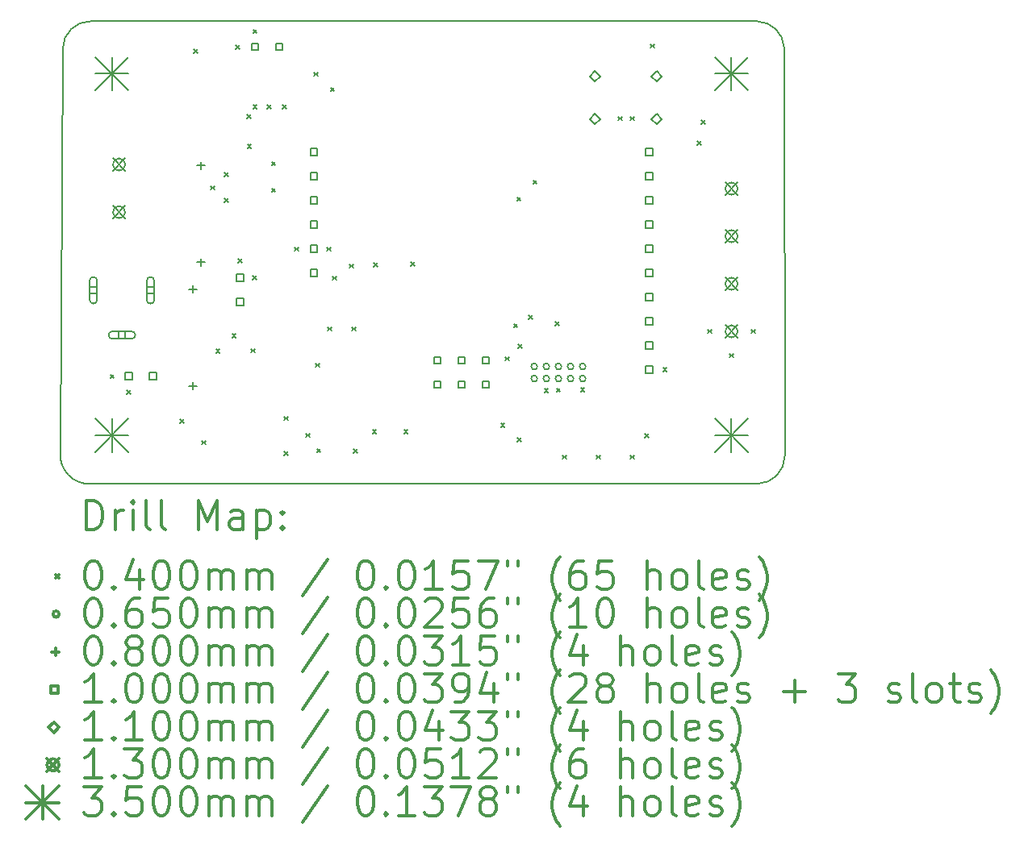
<source format=gbr>
%FSLAX45Y45*%
G04 Gerber Fmt 4.5, Leading zero omitted, Abs format (unit mm)*
G04 Created by KiCad (PCBNEW 5.1.10-88a1d61d58~88~ubuntu20.10.1) date 2021-05-21 17:46:08*
%MOMM*%
%LPD*%
G01*
G04 APERTURE LIST*
%TA.AperFunction,Profile*%
%ADD10C,0.200000*%
%TD*%
%ADD11C,0.200000*%
%ADD12C,0.300000*%
G04 APERTURE END LIST*
D10*
X19456400Y-13447984D02*
G75*
G02*
X19171800Y-13741400I-289577J-3856D01*
G01*
X19450049Y-9163048D02*
G75*
G03*
X19165687Y-8883752I-289340J-10179D01*
G01*
X12172950Y-8883650D02*
G75*
G03*
X11880849Y-9170772I-2541J-289559D01*
G01*
X12178677Y-13743856D02*
G75*
G02*
X11854687Y-13406269I-15230J309647D01*
G01*
X19165687Y-8883752D02*
X12172950Y-8883650D01*
X19456400Y-13447984D02*
X19450049Y-9163048D01*
X12178677Y-13743856D02*
X19171800Y-13741400D01*
X11880849Y-9170772D02*
X11854687Y-13406269D01*
D11*
X12380280Y-12593640D02*
X12420280Y-12633640D01*
X12420280Y-12593640D02*
X12380280Y-12633640D01*
X12553000Y-12761280D02*
X12593000Y-12801280D01*
X12593000Y-12761280D02*
X12553000Y-12801280D01*
X13110276Y-13066588D02*
X13150276Y-13106588D01*
X13150276Y-13066588D02*
X13110276Y-13106588D01*
X13255564Y-9177848D02*
X13295564Y-9217848D01*
X13295564Y-9177848D02*
X13255564Y-9217848D01*
X13340400Y-13289600D02*
X13380400Y-13329600D01*
X13380400Y-13289600D02*
X13340400Y-13329600D01*
X13434380Y-10612440D02*
X13474380Y-10652440D01*
X13474380Y-10612440D02*
X13434380Y-10652440D01*
X13487720Y-12326940D02*
X13527720Y-12366940D01*
X13527720Y-12326940D02*
X13487720Y-12366940D01*
X13576620Y-10475280D02*
X13616620Y-10515280D01*
X13616620Y-10475280D02*
X13576620Y-10515280D01*
X13576620Y-10747060D02*
X13616620Y-10787060D01*
X13616620Y-10747060D02*
X13576620Y-10787060D01*
X13657900Y-12169460D02*
X13697900Y-12209460D01*
X13697900Y-12169460D02*
X13657900Y-12209460D01*
X13696000Y-9134160D02*
X13736000Y-9174160D01*
X13736000Y-9134160D02*
X13696000Y-9174160D01*
X13721400Y-11378250D02*
X13761400Y-11418250D01*
X13761400Y-11378250D02*
X13721400Y-11418250D01*
X13812840Y-9865680D02*
X13852840Y-9905680D01*
X13852840Y-9865680D02*
X13812840Y-9905680D01*
X13817920Y-10175560D02*
X13857920Y-10215560D01*
X13857920Y-10175560D02*
X13817920Y-10215560D01*
X13856020Y-12324400D02*
X13896020Y-12364400D01*
X13896020Y-12324400D02*
X13856020Y-12364400D01*
X13873800Y-11556050D02*
X13913800Y-11596050D01*
X13913800Y-11556050D02*
X13873800Y-11596050D01*
X13878880Y-8971600D02*
X13918880Y-9011600D01*
X13918880Y-8971600D02*
X13878880Y-9011600D01*
X13878880Y-9764080D02*
X13918880Y-9804080D01*
X13918880Y-9764080D02*
X13878880Y-9804080D01*
X14026200Y-9764080D02*
X14066200Y-9804080D01*
X14066200Y-9764080D02*
X14026200Y-9804080D01*
X14071920Y-10358440D02*
X14111920Y-10398440D01*
X14111920Y-10358440D02*
X14071920Y-10398440D01*
X14071920Y-10637840D02*
X14111920Y-10677840D01*
X14111920Y-10637840D02*
X14071920Y-10677840D01*
X14188760Y-9764080D02*
X14228760Y-9804080D01*
X14228760Y-9764080D02*
X14188760Y-9804080D01*
X14204000Y-13035600D02*
X14244000Y-13075600D01*
X14244000Y-13035600D02*
X14204000Y-13075600D01*
X14204000Y-13403900D02*
X14244000Y-13443900D01*
X14244000Y-13403900D02*
X14204000Y-13443900D01*
X14311950Y-11257600D02*
X14351950Y-11297600D01*
X14351950Y-11257600D02*
X14311950Y-11297600D01*
X14432600Y-13213400D02*
X14472600Y-13253400D01*
X14472600Y-13213400D02*
X14432600Y-13253400D01*
X14518960Y-9418640D02*
X14558960Y-9458640D01*
X14558960Y-9418640D02*
X14518960Y-9458640D01*
X14531660Y-12474768D02*
X14571660Y-12514768D01*
X14571660Y-12474768D02*
X14531660Y-12514768D01*
X14546900Y-13372150D02*
X14586900Y-13412150D01*
X14586900Y-13372150D02*
X14546900Y-13412150D01*
X14654850Y-11257600D02*
X14694850Y-11297600D01*
X14694850Y-11257600D02*
X14654850Y-11297600D01*
X14661200Y-12095800D02*
X14701200Y-12135800D01*
X14701200Y-12095800D02*
X14661200Y-12135800D01*
X14691680Y-9581200D02*
X14731680Y-9621200D01*
X14731680Y-9581200D02*
X14691680Y-9621200D01*
X14712000Y-11562400D02*
X14752000Y-11602400D01*
X14752000Y-11562400D02*
X14712000Y-11602400D01*
X14889800Y-11435400D02*
X14929800Y-11475400D01*
X14929800Y-11435400D02*
X14889800Y-11475400D01*
X14915200Y-12095800D02*
X14955200Y-12135800D01*
X14955200Y-12095800D02*
X14915200Y-12135800D01*
X14934250Y-13378500D02*
X14974250Y-13418500D01*
X14974250Y-13378500D02*
X14934250Y-13418500D01*
X15131100Y-13175300D02*
X15171100Y-13215300D01*
X15171100Y-13175300D02*
X15131100Y-13215300D01*
X15143800Y-11420160D02*
X15183800Y-11460160D01*
X15183800Y-11420160D02*
X15143800Y-11460160D01*
X15461300Y-13175300D02*
X15501300Y-13215300D01*
X15501300Y-13175300D02*
X15461300Y-13215300D01*
X15534960Y-11415080D02*
X15574960Y-11455080D01*
X15574960Y-11415080D02*
X15534960Y-11455080D01*
X16477300Y-13105450D02*
X16517300Y-13145450D01*
X16517300Y-13105450D02*
X16477300Y-13145450D01*
X16521750Y-12406950D02*
X16561750Y-12446950D01*
X16561750Y-12406950D02*
X16521750Y-12446950D01*
X16611920Y-12060240D02*
X16651920Y-12100240D01*
X16651920Y-12060240D02*
X16611920Y-12100240D01*
X16647480Y-10731820D02*
X16687480Y-10771820D01*
X16687480Y-10731820D02*
X16647480Y-10771820D01*
X16648750Y-13257850D02*
X16688750Y-13297850D01*
X16688750Y-13257850D02*
X16648750Y-13297850D01*
X16657640Y-12276140D02*
X16697640Y-12316140D01*
X16697640Y-12276140D02*
X16657640Y-12316140D01*
X16766860Y-11971340D02*
X16806860Y-12011340D01*
X16806860Y-11971340D02*
X16766860Y-12011340D01*
X16816390Y-10554020D02*
X16856390Y-10594020D01*
X16856390Y-10554020D02*
X16816390Y-10594020D01*
X16934500Y-12743500D02*
X16974500Y-12783500D01*
X16974500Y-12743500D02*
X16934500Y-12783500D01*
X17046260Y-12039920D02*
X17086260Y-12079920D01*
X17086260Y-12039920D02*
X17046260Y-12079920D01*
X17061500Y-12738420D02*
X17101500Y-12778420D01*
X17101500Y-12738420D02*
X17061500Y-12778420D01*
X17125000Y-13442000D02*
X17165000Y-13482000D01*
X17165000Y-13442000D02*
X17125000Y-13482000D01*
X17315500Y-12733340D02*
X17355500Y-12773340D01*
X17355500Y-12733340D02*
X17315500Y-12773340D01*
X17480600Y-13442000D02*
X17520600Y-13482000D01*
X17520600Y-13442000D02*
X17480600Y-13482000D01*
X17709200Y-9886000D02*
X17749200Y-9926000D01*
X17749200Y-9886000D02*
X17709200Y-9926000D01*
X17836200Y-9886000D02*
X17876200Y-9926000D01*
X17876200Y-9886000D02*
X17836200Y-9926000D01*
X17836200Y-13442000D02*
X17876200Y-13482000D01*
X17876200Y-13442000D02*
X17836200Y-13482000D01*
X17988600Y-13213908D02*
X18028600Y-13253908D01*
X18028600Y-13213908D02*
X17988600Y-13253908D01*
X18050068Y-9124000D02*
X18090068Y-9164000D01*
X18090068Y-9124000D02*
X18050068Y-9164000D01*
X18179608Y-12520996D02*
X18219608Y-12560996D01*
X18219608Y-12520996D02*
X18179608Y-12560996D01*
X18536732Y-10141524D02*
X18576732Y-10181524D01*
X18576732Y-10141524D02*
X18536732Y-10181524D01*
X18581436Y-9922068D02*
X18621436Y-9962068D01*
X18621436Y-9922068D02*
X18581436Y-9962068D01*
X18649000Y-12121200D02*
X18689000Y-12161200D01*
X18689000Y-12121200D02*
X18649000Y-12161200D01*
X18877600Y-12375200D02*
X18917600Y-12415200D01*
X18917600Y-12375200D02*
X18877600Y-12415200D01*
X19106200Y-12121200D02*
X19146200Y-12161200D01*
X19146200Y-12121200D02*
X19106200Y-12161200D01*
X16860000Y-12509500D02*
G75*
G03*
X16860000Y-12509500I-32500J0D01*
G01*
X16860000Y-12636500D02*
G75*
G03*
X16860000Y-12636500I-32500J0D01*
G01*
X16987000Y-12509500D02*
G75*
G03*
X16987000Y-12509500I-32500J0D01*
G01*
X16987000Y-12636500D02*
G75*
G03*
X16987000Y-12636500I-32500J0D01*
G01*
X17114000Y-12509500D02*
G75*
G03*
X17114000Y-12509500I-32500J0D01*
G01*
X17114000Y-12636500D02*
G75*
G03*
X17114000Y-12636500I-32500J0D01*
G01*
X17241000Y-12509500D02*
G75*
G03*
X17241000Y-12509500I-32500J0D01*
G01*
X17241000Y-12636500D02*
G75*
G03*
X17241000Y-12636500I-32500J0D01*
G01*
X17368000Y-12509500D02*
G75*
G03*
X17368000Y-12509500I-32500J0D01*
G01*
X17368000Y-12636500D02*
G75*
G03*
X17368000Y-12636500I-32500J0D01*
G01*
X13246100Y-11656700D02*
X13246100Y-11736700D01*
X13206100Y-11696700D02*
X13286100Y-11696700D01*
X13246100Y-12672700D02*
X13246100Y-12752700D01*
X13206100Y-12712700D02*
X13286100Y-12712700D01*
X13329920Y-10358760D02*
X13329920Y-10438760D01*
X13289920Y-10398760D02*
X13369920Y-10398760D01*
X13329920Y-11374760D02*
X13329920Y-11454760D01*
X13289920Y-11414760D02*
X13369920Y-11414760D01*
X12236956Y-11744756D02*
X12236956Y-11674044D01*
X12166244Y-11674044D01*
X12166244Y-11744756D01*
X12236956Y-11744756D01*
X12161600Y-11609400D02*
X12161600Y-11809400D01*
X12241600Y-11609400D02*
X12241600Y-11809400D01*
X12161600Y-11809400D02*
G75*
G03*
X12241600Y-11809400I40000J0D01*
G01*
X12241600Y-11609400D02*
G75*
G03*
X12161600Y-11609400I-40000J0D01*
G01*
X12536956Y-12214756D02*
X12536956Y-12144044D01*
X12466244Y-12144044D01*
X12466244Y-12214756D01*
X12536956Y-12214756D01*
X12401600Y-12219400D02*
X12601600Y-12219400D01*
X12401600Y-12139400D02*
X12601600Y-12139400D01*
X12601600Y-12219400D02*
G75*
G03*
X12601600Y-12139400I0J40000D01*
G01*
X12401600Y-12139400D02*
G75*
G03*
X12401600Y-12219400I0J-40000D01*
G01*
X12608356Y-12646456D02*
X12608356Y-12575744D01*
X12537644Y-12575744D01*
X12537644Y-12646456D01*
X12608356Y-12646456D01*
X12836956Y-11744756D02*
X12836956Y-11674044D01*
X12766244Y-11674044D01*
X12766244Y-11744756D01*
X12836956Y-11744756D01*
X12761600Y-11609400D02*
X12761600Y-11809400D01*
X12841600Y-11609400D02*
X12841600Y-11809400D01*
X12761600Y-11809400D02*
G75*
G03*
X12841600Y-11809400I40000J0D01*
G01*
X12841600Y-11609400D02*
G75*
G03*
X12761600Y-11609400I-40000J0D01*
G01*
X12862356Y-12646456D02*
X12862356Y-12575744D01*
X12791644Y-12575744D01*
X12791644Y-12646456D01*
X12862356Y-12646456D01*
X13776756Y-11611406D02*
X13776756Y-11540694D01*
X13706044Y-11540694D01*
X13706044Y-11611406D01*
X13776756Y-11611406D01*
X13776756Y-11865406D02*
X13776756Y-11794694D01*
X13706044Y-11794694D01*
X13706044Y-11865406D01*
X13776756Y-11865406D01*
X13934236Y-9189516D02*
X13934236Y-9118804D01*
X13863524Y-9118804D01*
X13863524Y-9189516D01*
X13934236Y-9189516D01*
X14188236Y-9189516D02*
X14188236Y-9118804D01*
X14117524Y-9118804D01*
X14117524Y-9189516D01*
X14188236Y-9189516D01*
X14550306Y-10290606D02*
X14550306Y-10219894D01*
X14479594Y-10219894D01*
X14479594Y-10290606D01*
X14550306Y-10290606D01*
X14550306Y-10544606D02*
X14550306Y-10473894D01*
X14479594Y-10473894D01*
X14479594Y-10544606D01*
X14550306Y-10544606D01*
X14550306Y-10798606D02*
X14550306Y-10727894D01*
X14479594Y-10727894D01*
X14479594Y-10798606D01*
X14550306Y-10798606D01*
X14550306Y-11052606D02*
X14550306Y-10981894D01*
X14479594Y-10981894D01*
X14479594Y-11052606D01*
X14550306Y-11052606D01*
X14550306Y-11306606D02*
X14550306Y-11235894D01*
X14479594Y-11235894D01*
X14479594Y-11306606D01*
X14550306Y-11306606D01*
X14550306Y-11560606D02*
X14550306Y-11489894D01*
X14479594Y-11489894D01*
X14479594Y-11560606D01*
X14550306Y-11560606D01*
X15846856Y-12481356D02*
X15846856Y-12410644D01*
X15776144Y-12410644D01*
X15776144Y-12481356D01*
X15846856Y-12481356D01*
X15846856Y-12735356D02*
X15846856Y-12664644D01*
X15776144Y-12664644D01*
X15776144Y-12735356D01*
X15846856Y-12735356D01*
X16100856Y-12481356D02*
X16100856Y-12410644D01*
X16030144Y-12410644D01*
X16030144Y-12481356D01*
X16100856Y-12481356D01*
X16100856Y-12735356D02*
X16100856Y-12664644D01*
X16030144Y-12664644D01*
X16030144Y-12735356D01*
X16100856Y-12735356D01*
X16354856Y-12481356D02*
X16354856Y-12410644D01*
X16284144Y-12410644D01*
X16284144Y-12481356D01*
X16354856Y-12481356D01*
X16354856Y-12735356D02*
X16354856Y-12664644D01*
X16284144Y-12664644D01*
X16284144Y-12735356D01*
X16354856Y-12735356D01*
X18069356Y-10290606D02*
X18069356Y-10219894D01*
X17998644Y-10219894D01*
X17998644Y-10290606D01*
X18069356Y-10290606D01*
X18069356Y-10544606D02*
X18069356Y-10473894D01*
X17998644Y-10473894D01*
X17998644Y-10544606D01*
X18069356Y-10544606D01*
X18069356Y-10798606D02*
X18069356Y-10727894D01*
X17998644Y-10727894D01*
X17998644Y-10798606D01*
X18069356Y-10798606D01*
X18069356Y-11052606D02*
X18069356Y-10981894D01*
X17998644Y-10981894D01*
X17998644Y-11052606D01*
X18069356Y-11052606D01*
X18069356Y-11306606D02*
X18069356Y-11235894D01*
X17998644Y-11235894D01*
X17998644Y-11306606D01*
X18069356Y-11306606D01*
X18069356Y-11560606D02*
X18069356Y-11489894D01*
X17998644Y-11489894D01*
X17998644Y-11560606D01*
X18069356Y-11560606D01*
X18069356Y-11814606D02*
X18069356Y-11743894D01*
X17998644Y-11743894D01*
X17998644Y-11814606D01*
X18069356Y-11814606D01*
X18069356Y-12068606D02*
X18069356Y-11997894D01*
X17998644Y-11997894D01*
X17998644Y-12068606D01*
X18069356Y-12068606D01*
X18069356Y-12322606D02*
X18069356Y-12251894D01*
X17998644Y-12251894D01*
X17998644Y-12322606D01*
X18069356Y-12322606D01*
X18069356Y-12576606D02*
X18069356Y-12505894D01*
X17998644Y-12505894D01*
X17998644Y-12576606D01*
X18069356Y-12576606D01*
X17462500Y-9516500D02*
X17517500Y-9461500D01*
X17462500Y-9406500D01*
X17407500Y-9461500D01*
X17462500Y-9516500D01*
X17462500Y-9966500D02*
X17517500Y-9911500D01*
X17462500Y-9856500D01*
X17407500Y-9911500D01*
X17462500Y-9966500D01*
X18112500Y-9516500D02*
X18167500Y-9461500D01*
X18112500Y-9406500D01*
X18057500Y-9461500D01*
X18112500Y-9516500D01*
X18112500Y-9966500D02*
X18167500Y-9911500D01*
X18112500Y-9856500D01*
X18057500Y-9911500D01*
X18112500Y-9966500D01*
X12406400Y-10323600D02*
X12536400Y-10453600D01*
X12536400Y-10323600D02*
X12406400Y-10453600D01*
X12536400Y-10388600D02*
G75*
G03*
X12536400Y-10388600I-65000J0D01*
G01*
X12406400Y-10823600D02*
X12536400Y-10953600D01*
X12536400Y-10823600D02*
X12406400Y-10953600D01*
X12536400Y-10888600D02*
G75*
G03*
X12536400Y-10888600I-65000J0D01*
G01*
X18832600Y-10576200D02*
X18962600Y-10706200D01*
X18962600Y-10576200D02*
X18832600Y-10706200D01*
X18962600Y-10641200D02*
G75*
G03*
X18962600Y-10641200I-65000J0D01*
G01*
X18832600Y-11076200D02*
X18962600Y-11206200D01*
X18962600Y-11076200D02*
X18832600Y-11206200D01*
X18962600Y-11141200D02*
G75*
G03*
X18962600Y-11141200I-65000J0D01*
G01*
X18832600Y-11576200D02*
X18962600Y-11706200D01*
X18962600Y-11576200D02*
X18832600Y-11706200D01*
X18962600Y-11641200D02*
G75*
G03*
X18962600Y-11641200I-65000J0D01*
G01*
X18832600Y-12076200D02*
X18962600Y-12206200D01*
X18962600Y-12076200D02*
X18832600Y-12206200D01*
X18962600Y-12141200D02*
G75*
G03*
X18962600Y-12141200I-65000J0D01*
G01*
X12220200Y-9258400D02*
X12570200Y-9608400D01*
X12570200Y-9258400D02*
X12220200Y-9608400D01*
X12395200Y-9258400D02*
X12395200Y-9608400D01*
X12220200Y-9433400D02*
X12570200Y-9433400D01*
X12220200Y-13058400D02*
X12570200Y-13408400D01*
X12570200Y-13058400D02*
X12220200Y-13408400D01*
X12395200Y-13058400D02*
X12395200Y-13408400D01*
X12220200Y-13233400D02*
X12570200Y-13233400D01*
X18720200Y-9258400D02*
X19070200Y-9608400D01*
X19070200Y-9258400D02*
X18720200Y-9608400D01*
X18895200Y-9258400D02*
X18895200Y-9608400D01*
X18720200Y-9433400D02*
X19070200Y-9433400D01*
X18720200Y-13058400D02*
X19070200Y-13408400D01*
X19070200Y-13058400D02*
X18720200Y-13408400D01*
X18895200Y-13058400D02*
X18895200Y-13408400D01*
X18720200Y-13233400D02*
X19070200Y-13233400D01*
D12*
X12129854Y-14219944D02*
X12129854Y-13919944D01*
X12201282Y-13919944D01*
X12244139Y-13934230D01*
X12272711Y-13962802D01*
X12286997Y-13991373D01*
X12301282Y-14048516D01*
X12301282Y-14091373D01*
X12286997Y-14148516D01*
X12272711Y-14177087D01*
X12244139Y-14205659D01*
X12201282Y-14219944D01*
X12129854Y-14219944D01*
X12429854Y-14219944D02*
X12429854Y-14019944D01*
X12429854Y-14077087D02*
X12444139Y-14048516D01*
X12458425Y-14034230D01*
X12486997Y-14019944D01*
X12515568Y-14019944D01*
X12615568Y-14219944D02*
X12615568Y-14019944D01*
X12615568Y-13919944D02*
X12601282Y-13934230D01*
X12615568Y-13948516D01*
X12629854Y-13934230D01*
X12615568Y-13919944D01*
X12615568Y-13948516D01*
X12801282Y-14219944D02*
X12772711Y-14205659D01*
X12758425Y-14177087D01*
X12758425Y-13919944D01*
X12958425Y-14219944D02*
X12929854Y-14205659D01*
X12915568Y-14177087D01*
X12915568Y-13919944D01*
X13301282Y-14219944D02*
X13301282Y-13919944D01*
X13401282Y-14134230D01*
X13501282Y-13919944D01*
X13501282Y-14219944D01*
X13772711Y-14219944D02*
X13772711Y-14062802D01*
X13758425Y-14034230D01*
X13729854Y-14019944D01*
X13672711Y-14019944D01*
X13644139Y-14034230D01*
X13772711Y-14205659D02*
X13744139Y-14219944D01*
X13672711Y-14219944D01*
X13644139Y-14205659D01*
X13629854Y-14177087D01*
X13629854Y-14148516D01*
X13644139Y-14119944D01*
X13672711Y-14105659D01*
X13744139Y-14105659D01*
X13772711Y-14091373D01*
X13915568Y-14019944D02*
X13915568Y-14319944D01*
X13915568Y-14034230D02*
X13944139Y-14019944D01*
X14001282Y-14019944D01*
X14029854Y-14034230D01*
X14044139Y-14048516D01*
X14058425Y-14077087D01*
X14058425Y-14162802D01*
X14044139Y-14191373D01*
X14029854Y-14205659D01*
X14001282Y-14219944D01*
X13944139Y-14219944D01*
X13915568Y-14205659D01*
X14186997Y-14191373D02*
X14201282Y-14205659D01*
X14186997Y-14219944D01*
X14172711Y-14205659D01*
X14186997Y-14191373D01*
X14186997Y-14219944D01*
X14186997Y-14034230D02*
X14201282Y-14048516D01*
X14186997Y-14062802D01*
X14172711Y-14048516D01*
X14186997Y-14034230D01*
X14186997Y-14062802D01*
X11803425Y-14694230D02*
X11843425Y-14734230D01*
X11843425Y-14694230D02*
X11803425Y-14734230D01*
X12186997Y-14549944D02*
X12215568Y-14549944D01*
X12244139Y-14564230D01*
X12258425Y-14578516D01*
X12272711Y-14607087D01*
X12286997Y-14664230D01*
X12286997Y-14735659D01*
X12272711Y-14792802D01*
X12258425Y-14821373D01*
X12244139Y-14835659D01*
X12215568Y-14849944D01*
X12186997Y-14849944D01*
X12158425Y-14835659D01*
X12144139Y-14821373D01*
X12129854Y-14792802D01*
X12115568Y-14735659D01*
X12115568Y-14664230D01*
X12129854Y-14607087D01*
X12144139Y-14578516D01*
X12158425Y-14564230D01*
X12186997Y-14549944D01*
X12415568Y-14821373D02*
X12429854Y-14835659D01*
X12415568Y-14849944D01*
X12401282Y-14835659D01*
X12415568Y-14821373D01*
X12415568Y-14849944D01*
X12686997Y-14649944D02*
X12686997Y-14849944D01*
X12615568Y-14535659D02*
X12544139Y-14749944D01*
X12729854Y-14749944D01*
X12901282Y-14549944D02*
X12929854Y-14549944D01*
X12958425Y-14564230D01*
X12972711Y-14578516D01*
X12986997Y-14607087D01*
X13001282Y-14664230D01*
X13001282Y-14735659D01*
X12986997Y-14792802D01*
X12972711Y-14821373D01*
X12958425Y-14835659D01*
X12929854Y-14849944D01*
X12901282Y-14849944D01*
X12872711Y-14835659D01*
X12858425Y-14821373D01*
X12844139Y-14792802D01*
X12829854Y-14735659D01*
X12829854Y-14664230D01*
X12844139Y-14607087D01*
X12858425Y-14578516D01*
X12872711Y-14564230D01*
X12901282Y-14549944D01*
X13186997Y-14549944D02*
X13215568Y-14549944D01*
X13244139Y-14564230D01*
X13258425Y-14578516D01*
X13272711Y-14607087D01*
X13286997Y-14664230D01*
X13286997Y-14735659D01*
X13272711Y-14792802D01*
X13258425Y-14821373D01*
X13244139Y-14835659D01*
X13215568Y-14849944D01*
X13186997Y-14849944D01*
X13158425Y-14835659D01*
X13144139Y-14821373D01*
X13129854Y-14792802D01*
X13115568Y-14735659D01*
X13115568Y-14664230D01*
X13129854Y-14607087D01*
X13144139Y-14578516D01*
X13158425Y-14564230D01*
X13186997Y-14549944D01*
X13415568Y-14849944D02*
X13415568Y-14649944D01*
X13415568Y-14678516D02*
X13429854Y-14664230D01*
X13458425Y-14649944D01*
X13501282Y-14649944D01*
X13529854Y-14664230D01*
X13544139Y-14692802D01*
X13544139Y-14849944D01*
X13544139Y-14692802D02*
X13558425Y-14664230D01*
X13586997Y-14649944D01*
X13629854Y-14649944D01*
X13658425Y-14664230D01*
X13672711Y-14692802D01*
X13672711Y-14849944D01*
X13815568Y-14849944D02*
X13815568Y-14649944D01*
X13815568Y-14678516D02*
X13829854Y-14664230D01*
X13858425Y-14649944D01*
X13901282Y-14649944D01*
X13929854Y-14664230D01*
X13944139Y-14692802D01*
X13944139Y-14849944D01*
X13944139Y-14692802D02*
X13958425Y-14664230D01*
X13986997Y-14649944D01*
X14029854Y-14649944D01*
X14058425Y-14664230D01*
X14072711Y-14692802D01*
X14072711Y-14849944D01*
X14658425Y-14535659D02*
X14401282Y-14921373D01*
X15044139Y-14549944D02*
X15072711Y-14549944D01*
X15101282Y-14564230D01*
X15115568Y-14578516D01*
X15129854Y-14607087D01*
X15144139Y-14664230D01*
X15144139Y-14735659D01*
X15129854Y-14792802D01*
X15115568Y-14821373D01*
X15101282Y-14835659D01*
X15072711Y-14849944D01*
X15044139Y-14849944D01*
X15015568Y-14835659D01*
X15001282Y-14821373D01*
X14986997Y-14792802D01*
X14972711Y-14735659D01*
X14972711Y-14664230D01*
X14986997Y-14607087D01*
X15001282Y-14578516D01*
X15015568Y-14564230D01*
X15044139Y-14549944D01*
X15272711Y-14821373D02*
X15286997Y-14835659D01*
X15272711Y-14849944D01*
X15258425Y-14835659D01*
X15272711Y-14821373D01*
X15272711Y-14849944D01*
X15472711Y-14549944D02*
X15501282Y-14549944D01*
X15529854Y-14564230D01*
X15544139Y-14578516D01*
X15558425Y-14607087D01*
X15572711Y-14664230D01*
X15572711Y-14735659D01*
X15558425Y-14792802D01*
X15544139Y-14821373D01*
X15529854Y-14835659D01*
X15501282Y-14849944D01*
X15472711Y-14849944D01*
X15444139Y-14835659D01*
X15429854Y-14821373D01*
X15415568Y-14792802D01*
X15401282Y-14735659D01*
X15401282Y-14664230D01*
X15415568Y-14607087D01*
X15429854Y-14578516D01*
X15444139Y-14564230D01*
X15472711Y-14549944D01*
X15858425Y-14849944D02*
X15686997Y-14849944D01*
X15772711Y-14849944D02*
X15772711Y-14549944D01*
X15744139Y-14592802D01*
X15715568Y-14621373D01*
X15686997Y-14635659D01*
X16129854Y-14549944D02*
X15986997Y-14549944D01*
X15972711Y-14692802D01*
X15986997Y-14678516D01*
X16015568Y-14664230D01*
X16086997Y-14664230D01*
X16115568Y-14678516D01*
X16129854Y-14692802D01*
X16144139Y-14721373D01*
X16144139Y-14792802D01*
X16129854Y-14821373D01*
X16115568Y-14835659D01*
X16086997Y-14849944D01*
X16015568Y-14849944D01*
X15986997Y-14835659D01*
X15972711Y-14821373D01*
X16244139Y-14549944D02*
X16444139Y-14549944D01*
X16315568Y-14849944D01*
X16544139Y-14549944D02*
X16544139Y-14607087D01*
X16658425Y-14549944D02*
X16658425Y-14607087D01*
X17101282Y-14964230D02*
X17086997Y-14949944D01*
X17058425Y-14907087D01*
X17044140Y-14878516D01*
X17029854Y-14835659D01*
X17015568Y-14764230D01*
X17015568Y-14707087D01*
X17029854Y-14635659D01*
X17044140Y-14592802D01*
X17058425Y-14564230D01*
X17086997Y-14521373D01*
X17101282Y-14507087D01*
X17344140Y-14549944D02*
X17286997Y-14549944D01*
X17258425Y-14564230D01*
X17244140Y-14578516D01*
X17215568Y-14621373D01*
X17201282Y-14678516D01*
X17201282Y-14792802D01*
X17215568Y-14821373D01*
X17229854Y-14835659D01*
X17258425Y-14849944D01*
X17315568Y-14849944D01*
X17344140Y-14835659D01*
X17358425Y-14821373D01*
X17372711Y-14792802D01*
X17372711Y-14721373D01*
X17358425Y-14692802D01*
X17344140Y-14678516D01*
X17315568Y-14664230D01*
X17258425Y-14664230D01*
X17229854Y-14678516D01*
X17215568Y-14692802D01*
X17201282Y-14721373D01*
X17644140Y-14549944D02*
X17501282Y-14549944D01*
X17486997Y-14692802D01*
X17501282Y-14678516D01*
X17529854Y-14664230D01*
X17601282Y-14664230D01*
X17629854Y-14678516D01*
X17644140Y-14692802D01*
X17658425Y-14721373D01*
X17658425Y-14792802D01*
X17644140Y-14821373D01*
X17629854Y-14835659D01*
X17601282Y-14849944D01*
X17529854Y-14849944D01*
X17501282Y-14835659D01*
X17486997Y-14821373D01*
X18015568Y-14849944D02*
X18015568Y-14549944D01*
X18144140Y-14849944D02*
X18144140Y-14692802D01*
X18129854Y-14664230D01*
X18101282Y-14649944D01*
X18058425Y-14649944D01*
X18029854Y-14664230D01*
X18015568Y-14678516D01*
X18329854Y-14849944D02*
X18301282Y-14835659D01*
X18286997Y-14821373D01*
X18272711Y-14792802D01*
X18272711Y-14707087D01*
X18286997Y-14678516D01*
X18301282Y-14664230D01*
X18329854Y-14649944D01*
X18372711Y-14649944D01*
X18401282Y-14664230D01*
X18415568Y-14678516D01*
X18429854Y-14707087D01*
X18429854Y-14792802D01*
X18415568Y-14821373D01*
X18401282Y-14835659D01*
X18372711Y-14849944D01*
X18329854Y-14849944D01*
X18601282Y-14849944D02*
X18572711Y-14835659D01*
X18558425Y-14807087D01*
X18558425Y-14549944D01*
X18829854Y-14835659D02*
X18801282Y-14849944D01*
X18744140Y-14849944D01*
X18715568Y-14835659D01*
X18701282Y-14807087D01*
X18701282Y-14692802D01*
X18715568Y-14664230D01*
X18744140Y-14649944D01*
X18801282Y-14649944D01*
X18829854Y-14664230D01*
X18844140Y-14692802D01*
X18844140Y-14721373D01*
X18701282Y-14749944D01*
X18958425Y-14835659D02*
X18986997Y-14849944D01*
X19044140Y-14849944D01*
X19072711Y-14835659D01*
X19086997Y-14807087D01*
X19086997Y-14792802D01*
X19072711Y-14764230D01*
X19044140Y-14749944D01*
X19001282Y-14749944D01*
X18972711Y-14735659D01*
X18958425Y-14707087D01*
X18958425Y-14692802D01*
X18972711Y-14664230D01*
X19001282Y-14649944D01*
X19044140Y-14649944D01*
X19072711Y-14664230D01*
X19186997Y-14964230D02*
X19201282Y-14949944D01*
X19229854Y-14907087D01*
X19244140Y-14878516D01*
X19258425Y-14835659D01*
X19272711Y-14764230D01*
X19272711Y-14707087D01*
X19258425Y-14635659D01*
X19244140Y-14592802D01*
X19229854Y-14564230D01*
X19201282Y-14521373D01*
X19186997Y-14507087D01*
X11843425Y-15110230D02*
G75*
G03*
X11843425Y-15110230I-32500J0D01*
G01*
X12186997Y-14945944D02*
X12215568Y-14945944D01*
X12244139Y-14960230D01*
X12258425Y-14974516D01*
X12272711Y-15003087D01*
X12286997Y-15060230D01*
X12286997Y-15131659D01*
X12272711Y-15188802D01*
X12258425Y-15217373D01*
X12244139Y-15231659D01*
X12215568Y-15245944D01*
X12186997Y-15245944D01*
X12158425Y-15231659D01*
X12144139Y-15217373D01*
X12129854Y-15188802D01*
X12115568Y-15131659D01*
X12115568Y-15060230D01*
X12129854Y-15003087D01*
X12144139Y-14974516D01*
X12158425Y-14960230D01*
X12186997Y-14945944D01*
X12415568Y-15217373D02*
X12429854Y-15231659D01*
X12415568Y-15245944D01*
X12401282Y-15231659D01*
X12415568Y-15217373D01*
X12415568Y-15245944D01*
X12686997Y-14945944D02*
X12629854Y-14945944D01*
X12601282Y-14960230D01*
X12586997Y-14974516D01*
X12558425Y-15017373D01*
X12544139Y-15074516D01*
X12544139Y-15188802D01*
X12558425Y-15217373D01*
X12572711Y-15231659D01*
X12601282Y-15245944D01*
X12658425Y-15245944D01*
X12686997Y-15231659D01*
X12701282Y-15217373D01*
X12715568Y-15188802D01*
X12715568Y-15117373D01*
X12701282Y-15088802D01*
X12686997Y-15074516D01*
X12658425Y-15060230D01*
X12601282Y-15060230D01*
X12572711Y-15074516D01*
X12558425Y-15088802D01*
X12544139Y-15117373D01*
X12986997Y-14945944D02*
X12844139Y-14945944D01*
X12829854Y-15088802D01*
X12844139Y-15074516D01*
X12872711Y-15060230D01*
X12944139Y-15060230D01*
X12972711Y-15074516D01*
X12986997Y-15088802D01*
X13001282Y-15117373D01*
X13001282Y-15188802D01*
X12986997Y-15217373D01*
X12972711Y-15231659D01*
X12944139Y-15245944D01*
X12872711Y-15245944D01*
X12844139Y-15231659D01*
X12829854Y-15217373D01*
X13186997Y-14945944D02*
X13215568Y-14945944D01*
X13244139Y-14960230D01*
X13258425Y-14974516D01*
X13272711Y-15003087D01*
X13286997Y-15060230D01*
X13286997Y-15131659D01*
X13272711Y-15188802D01*
X13258425Y-15217373D01*
X13244139Y-15231659D01*
X13215568Y-15245944D01*
X13186997Y-15245944D01*
X13158425Y-15231659D01*
X13144139Y-15217373D01*
X13129854Y-15188802D01*
X13115568Y-15131659D01*
X13115568Y-15060230D01*
X13129854Y-15003087D01*
X13144139Y-14974516D01*
X13158425Y-14960230D01*
X13186997Y-14945944D01*
X13415568Y-15245944D02*
X13415568Y-15045944D01*
X13415568Y-15074516D02*
X13429854Y-15060230D01*
X13458425Y-15045944D01*
X13501282Y-15045944D01*
X13529854Y-15060230D01*
X13544139Y-15088802D01*
X13544139Y-15245944D01*
X13544139Y-15088802D02*
X13558425Y-15060230D01*
X13586997Y-15045944D01*
X13629854Y-15045944D01*
X13658425Y-15060230D01*
X13672711Y-15088802D01*
X13672711Y-15245944D01*
X13815568Y-15245944D02*
X13815568Y-15045944D01*
X13815568Y-15074516D02*
X13829854Y-15060230D01*
X13858425Y-15045944D01*
X13901282Y-15045944D01*
X13929854Y-15060230D01*
X13944139Y-15088802D01*
X13944139Y-15245944D01*
X13944139Y-15088802D02*
X13958425Y-15060230D01*
X13986997Y-15045944D01*
X14029854Y-15045944D01*
X14058425Y-15060230D01*
X14072711Y-15088802D01*
X14072711Y-15245944D01*
X14658425Y-14931659D02*
X14401282Y-15317373D01*
X15044139Y-14945944D02*
X15072711Y-14945944D01*
X15101282Y-14960230D01*
X15115568Y-14974516D01*
X15129854Y-15003087D01*
X15144139Y-15060230D01*
X15144139Y-15131659D01*
X15129854Y-15188802D01*
X15115568Y-15217373D01*
X15101282Y-15231659D01*
X15072711Y-15245944D01*
X15044139Y-15245944D01*
X15015568Y-15231659D01*
X15001282Y-15217373D01*
X14986997Y-15188802D01*
X14972711Y-15131659D01*
X14972711Y-15060230D01*
X14986997Y-15003087D01*
X15001282Y-14974516D01*
X15015568Y-14960230D01*
X15044139Y-14945944D01*
X15272711Y-15217373D02*
X15286997Y-15231659D01*
X15272711Y-15245944D01*
X15258425Y-15231659D01*
X15272711Y-15217373D01*
X15272711Y-15245944D01*
X15472711Y-14945944D02*
X15501282Y-14945944D01*
X15529854Y-14960230D01*
X15544139Y-14974516D01*
X15558425Y-15003087D01*
X15572711Y-15060230D01*
X15572711Y-15131659D01*
X15558425Y-15188802D01*
X15544139Y-15217373D01*
X15529854Y-15231659D01*
X15501282Y-15245944D01*
X15472711Y-15245944D01*
X15444139Y-15231659D01*
X15429854Y-15217373D01*
X15415568Y-15188802D01*
X15401282Y-15131659D01*
X15401282Y-15060230D01*
X15415568Y-15003087D01*
X15429854Y-14974516D01*
X15444139Y-14960230D01*
X15472711Y-14945944D01*
X15686997Y-14974516D02*
X15701282Y-14960230D01*
X15729854Y-14945944D01*
X15801282Y-14945944D01*
X15829854Y-14960230D01*
X15844139Y-14974516D01*
X15858425Y-15003087D01*
X15858425Y-15031659D01*
X15844139Y-15074516D01*
X15672711Y-15245944D01*
X15858425Y-15245944D01*
X16129854Y-14945944D02*
X15986997Y-14945944D01*
X15972711Y-15088802D01*
X15986997Y-15074516D01*
X16015568Y-15060230D01*
X16086997Y-15060230D01*
X16115568Y-15074516D01*
X16129854Y-15088802D01*
X16144139Y-15117373D01*
X16144139Y-15188802D01*
X16129854Y-15217373D01*
X16115568Y-15231659D01*
X16086997Y-15245944D01*
X16015568Y-15245944D01*
X15986997Y-15231659D01*
X15972711Y-15217373D01*
X16401282Y-14945944D02*
X16344139Y-14945944D01*
X16315568Y-14960230D01*
X16301282Y-14974516D01*
X16272711Y-15017373D01*
X16258425Y-15074516D01*
X16258425Y-15188802D01*
X16272711Y-15217373D01*
X16286997Y-15231659D01*
X16315568Y-15245944D01*
X16372711Y-15245944D01*
X16401282Y-15231659D01*
X16415568Y-15217373D01*
X16429854Y-15188802D01*
X16429854Y-15117373D01*
X16415568Y-15088802D01*
X16401282Y-15074516D01*
X16372711Y-15060230D01*
X16315568Y-15060230D01*
X16286997Y-15074516D01*
X16272711Y-15088802D01*
X16258425Y-15117373D01*
X16544139Y-14945944D02*
X16544139Y-15003087D01*
X16658425Y-14945944D02*
X16658425Y-15003087D01*
X17101282Y-15360230D02*
X17086997Y-15345944D01*
X17058425Y-15303087D01*
X17044140Y-15274516D01*
X17029854Y-15231659D01*
X17015568Y-15160230D01*
X17015568Y-15103087D01*
X17029854Y-15031659D01*
X17044140Y-14988802D01*
X17058425Y-14960230D01*
X17086997Y-14917373D01*
X17101282Y-14903087D01*
X17372711Y-15245944D02*
X17201282Y-15245944D01*
X17286997Y-15245944D02*
X17286997Y-14945944D01*
X17258425Y-14988802D01*
X17229854Y-15017373D01*
X17201282Y-15031659D01*
X17558425Y-14945944D02*
X17586997Y-14945944D01*
X17615568Y-14960230D01*
X17629854Y-14974516D01*
X17644140Y-15003087D01*
X17658425Y-15060230D01*
X17658425Y-15131659D01*
X17644140Y-15188802D01*
X17629854Y-15217373D01*
X17615568Y-15231659D01*
X17586997Y-15245944D01*
X17558425Y-15245944D01*
X17529854Y-15231659D01*
X17515568Y-15217373D01*
X17501282Y-15188802D01*
X17486997Y-15131659D01*
X17486997Y-15060230D01*
X17501282Y-15003087D01*
X17515568Y-14974516D01*
X17529854Y-14960230D01*
X17558425Y-14945944D01*
X18015568Y-15245944D02*
X18015568Y-14945944D01*
X18144140Y-15245944D02*
X18144140Y-15088802D01*
X18129854Y-15060230D01*
X18101282Y-15045944D01*
X18058425Y-15045944D01*
X18029854Y-15060230D01*
X18015568Y-15074516D01*
X18329854Y-15245944D02*
X18301282Y-15231659D01*
X18286997Y-15217373D01*
X18272711Y-15188802D01*
X18272711Y-15103087D01*
X18286997Y-15074516D01*
X18301282Y-15060230D01*
X18329854Y-15045944D01*
X18372711Y-15045944D01*
X18401282Y-15060230D01*
X18415568Y-15074516D01*
X18429854Y-15103087D01*
X18429854Y-15188802D01*
X18415568Y-15217373D01*
X18401282Y-15231659D01*
X18372711Y-15245944D01*
X18329854Y-15245944D01*
X18601282Y-15245944D02*
X18572711Y-15231659D01*
X18558425Y-15203087D01*
X18558425Y-14945944D01*
X18829854Y-15231659D02*
X18801282Y-15245944D01*
X18744140Y-15245944D01*
X18715568Y-15231659D01*
X18701282Y-15203087D01*
X18701282Y-15088802D01*
X18715568Y-15060230D01*
X18744140Y-15045944D01*
X18801282Y-15045944D01*
X18829854Y-15060230D01*
X18844140Y-15088802D01*
X18844140Y-15117373D01*
X18701282Y-15145944D01*
X18958425Y-15231659D02*
X18986997Y-15245944D01*
X19044140Y-15245944D01*
X19072711Y-15231659D01*
X19086997Y-15203087D01*
X19086997Y-15188802D01*
X19072711Y-15160230D01*
X19044140Y-15145944D01*
X19001282Y-15145944D01*
X18972711Y-15131659D01*
X18958425Y-15103087D01*
X18958425Y-15088802D01*
X18972711Y-15060230D01*
X19001282Y-15045944D01*
X19044140Y-15045944D01*
X19072711Y-15060230D01*
X19186997Y-15360230D02*
X19201282Y-15345944D01*
X19229854Y-15303087D01*
X19244140Y-15274516D01*
X19258425Y-15231659D01*
X19272711Y-15160230D01*
X19272711Y-15103087D01*
X19258425Y-15031659D01*
X19244140Y-14988802D01*
X19229854Y-14960230D01*
X19201282Y-14917373D01*
X19186997Y-14903087D01*
X11803425Y-15466230D02*
X11803425Y-15546230D01*
X11763425Y-15506230D02*
X11843425Y-15506230D01*
X12186997Y-15341944D02*
X12215568Y-15341944D01*
X12244139Y-15356230D01*
X12258425Y-15370516D01*
X12272711Y-15399087D01*
X12286997Y-15456230D01*
X12286997Y-15527659D01*
X12272711Y-15584802D01*
X12258425Y-15613373D01*
X12244139Y-15627659D01*
X12215568Y-15641944D01*
X12186997Y-15641944D01*
X12158425Y-15627659D01*
X12144139Y-15613373D01*
X12129854Y-15584802D01*
X12115568Y-15527659D01*
X12115568Y-15456230D01*
X12129854Y-15399087D01*
X12144139Y-15370516D01*
X12158425Y-15356230D01*
X12186997Y-15341944D01*
X12415568Y-15613373D02*
X12429854Y-15627659D01*
X12415568Y-15641944D01*
X12401282Y-15627659D01*
X12415568Y-15613373D01*
X12415568Y-15641944D01*
X12601282Y-15470516D02*
X12572711Y-15456230D01*
X12558425Y-15441944D01*
X12544139Y-15413373D01*
X12544139Y-15399087D01*
X12558425Y-15370516D01*
X12572711Y-15356230D01*
X12601282Y-15341944D01*
X12658425Y-15341944D01*
X12686997Y-15356230D01*
X12701282Y-15370516D01*
X12715568Y-15399087D01*
X12715568Y-15413373D01*
X12701282Y-15441944D01*
X12686997Y-15456230D01*
X12658425Y-15470516D01*
X12601282Y-15470516D01*
X12572711Y-15484802D01*
X12558425Y-15499087D01*
X12544139Y-15527659D01*
X12544139Y-15584802D01*
X12558425Y-15613373D01*
X12572711Y-15627659D01*
X12601282Y-15641944D01*
X12658425Y-15641944D01*
X12686997Y-15627659D01*
X12701282Y-15613373D01*
X12715568Y-15584802D01*
X12715568Y-15527659D01*
X12701282Y-15499087D01*
X12686997Y-15484802D01*
X12658425Y-15470516D01*
X12901282Y-15341944D02*
X12929854Y-15341944D01*
X12958425Y-15356230D01*
X12972711Y-15370516D01*
X12986997Y-15399087D01*
X13001282Y-15456230D01*
X13001282Y-15527659D01*
X12986997Y-15584802D01*
X12972711Y-15613373D01*
X12958425Y-15627659D01*
X12929854Y-15641944D01*
X12901282Y-15641944D01*
X12872711Y-15627659D01*
X12858425Y-15613373D01*
X12844139Y-15584802D01*
X12829854Y-15527659D01*
X12829854Y-15456230D01*
X12844139Y-15399087D01*
X12858425Y-15370516D01*
X12872711Y-15356230D01*
X12901282Y-15341944D01*
X13186997Y-15341944D02*
X13215568Y-15341944D01*
X13244139Y-15356230D01*
X13258425Y-15370516D01*
X13272711Y-15399087D01*
X13286997Y-15456230D01*
X13286997Y-15527659D01*
X13272711Y-15584802D01*
X13258425Y-15613373D01*
X13244139Y-15627659D01*
X13215568Y-15641944D01*
X13186997Y-15641944D01*
X13158425Y-15627659D01*
X13144139Y-15613373D01*
X13129854Y-15584802D01*
X13115568Y-15527659D01*
X13115568Y-15456230D01*
X13129854Y-15399087D01*
X13144139Y-15370516D01*
X13158425Y-15356230D01*
X13186997Y-15341944D01*
X13415568Y-15641944D02*
X13415568Y-15441944D01*
X13415568Y-15470516D02*
X13429854Y-15456230D01*
X13458425Y-15441944D01*
X13501282Y-15441944D01*
X13529854Y-15456230D01*
X13544139Y-15484802D01*
X13544139Y-15641944D01*
X13544139Y-15484802D02*
X13558425Y-15456230D01*
X13586997Y-15441944D01*
X13629854Y-15441944D01*
X13658425Y-15456230D01*
X13672711Y-15484802D01*
X13672711Y-15641944D01*
X13815568Y-15641944D02*
X13815568Y-15441944D01*
X13815568Y-15470516D02*
X13829854Y-15456230D01*
X13858425Y-15441944D01*
X13901282Y-15441944D01*
X13929854Y-15456230D01*
X13944139Y-15484802D01*
X13944139Y-15641944D01*
X13944139Y-15484802D02*
X13958425Y-15456230D01*
X13986997Y-15441944D01*
X14029854Y-15441944D01*
X14058425Y-15456230D01*
X14072711Y-15484802D01*
X14072711Y-15641944D01*
X14658425Y-15327659D02*
X14401282Y-15713373D01*
X15044139Y-15341944D02*
X15072711Y-15341944D01*
X15101282Y-15356230D01*
X15115568Y-15370516D01*
X15129854Y-15399087D01*
X15144139Y-15456230D01*
X15144139Y-15527659D01*
X15129854Y-15584802D01*
X15115568Y-15613373D01*
X15101282Y-15627659D01*
X15072711Y-15641944D01*
X15044139Y-15641944D01*
X15015568Y-15627659D01*
X15001282Y-15613373D01*
X14986997Y-15584802D01*
X14972711Y-15527659D01*
X14972711Y-15456230D01*
X14986997Y-15399087D01*
X15001282Y-15370516D01*
X15015568Y-15356230D01*
X15044139Y-15341944D01*
X15272711Y-15613373D02*
X15286997Y-15627659D01*
X15272711Y-15641944D01*
X15258425Y-15627659D01*
X15272711Y-15613373D01*
X15272711Y-15641944D01*
X15472711Y-15341944D02*
X15501282Y-15341944D01*
X15529854Y-15356230D01*
X15544139Y-15370516D01*
X15558425Y-15399087D01*
X15572711Y-15456230D01*
X15572711Y-15527659D01*
X15558425Y-15584802D01*
X15544139Y-15613373D01*
X15529854Y-15627659D01*
X15501282Y-15641944D01*
X15472711Y-15641944D01*
X15444139Y-15627659D01*
X15429854Y-15613373D01*
X15415568Y-15584802D01*
X15401282Y-15527659D01*
X15401282Y-15456230D01*
X15415568Y-15399087D01*
X15429854Y-15370516D01*
X15444139Y-15356230D01*
X15472711Y-15341944D01*
X15672711Y-15341944D02*
X15858425Y-15341944D01*
X15758425Y-15456230D01*
X15801282Y-15456230D01*
X15829854Y-15470516D01*
X15844139Y-15484802D01*
X15858425Y-15513373D01*
X15858425Y-15584802D01*
X15844139Y-15613373D01*
X15829854Y-15627659D01*
X15801282Y-15641944D01*
X15715568Y-15641944D01*
X15686997Y-15627659D01*
X15672711Y-15613373D01*
X16144139Y-15641944D02*
X15972711Y-15641944D01*
X16058425Y-15641944D02*
X16058425Y-15341944D01*
X16029854Y-15384802D01*
X16001282Y-15413373D01*
X15972711Y-15427659D01*
X16415568Y-15341944D02*
X16272711Y-15341944D01*
X16258425Y-15484802D01*
X16272711Y-15470516D01*
X16301282Y-15456230D01*
X16372711Y-15456230D01*
X16401282Y-15470516D01*
X16415568Y-15484802D01*
X16429854Y-15513373D01*
X16429854Y-15584802D01*
X16415568Y-15613373D01*
X16401282Y-15627659D01*
X16372711Y-15641944D01*
X16301282Y-15641944D01*
X16272711Y-15627659D01*
X16258425Y-15613373D01*
X16544139Y-15341944D02*
X16544139Y-15399087D01*
X16658425Y-15341944D02*
X16658425Y-15399087D01*
X17101282Y-15756230D02*
X17086997Y-15741944D01*
X17058425Y-15699087D01*
X17044140Y-15670516D01*
X17029854Y-15627659D01*
X17015568Y-15556230D01*
X17015568Y-15499087D01*
X17029854Y-15427659D01*
X17044140Y-15384802D01*
X17058425Y-15356230D01*
X17086997Y-15313373D01*
X17101282Y-15299087D01*
X17344140Y-15441944D02*
X17344140Y-15641944D01*
X17272711Y-15327659D02*
X17201282Y-15541944D01*
X17386997Y-15541944D01*
X17729854Y-15641944D02*
X17729854Y-15341944D01*
X17858425Y-15641944D02*
X17858425Y-15484802D01*
X17844140Y-15456230D01*
X17815568Y-15441944D01*
X17772711Y-15441944D01*
X17744140Y-15456230D01*
X17729854Y-15470516D01*
X18044140Y-15641944D02*
X18015568Y-15627659D01*
X18001282Y-15613373D01*
X17986997Y-15584802D01*
X17986997Y-15499087D01*
X18001282Y-15470516D01*
X18015568Y-15456230D01*
X18044140Y-15441944D01*
X18086997Y-15441944D01*
X18115568Y-15456230D01*
X18129854Y-15470516D01*
X18144140Y-15499087D01*
X18144140Y-15584802D01*
X18129854Y-15613373D01*
X18115568Y-15627659D01*
X18086997Y-15641944D01*
X18044140Y-15641944D01*
X18315568Y-15641944D02*
X18286997Y-15627659D01*
X18272711Y-15599087D01*
X18272711Y-15341944D01*
X18544140Y-15627659D02*
X18515568Y-15641944D01*
X18458425Y-15641944D01*
X18429854Y-15627659D01*
X18415568Y-15599087D01*
X18415568Y-15484802D01*
X18429854Y-15456230D01*
X18458425Y-15441944D01*
X18515568Y-15441944D01*
X18544140Y-15456230D01*
X18558425Y-15484802D01*
X18558425Y-15513373D01*
X18415568Y-15541944D01*
X18672711Y-15627659D02*
X18701282Y-15641944D01*
X18758425Y-15641944D01*
X18786997Y-15627659D01*
X18801282Y-15599087D01*
X18801282Y-15584802D01*
X18786997Y-15556230D01*
X18758425Y-15541944D01*
X18715568Y-15541944D01*
X18686997Y-15527659D01*
X18672711Y-15499087D01*
X18672711Y-15484802D01*
X18686997Y-15456230D01*
X18715568Y-15441944D01*
X18758425Y-15441944D01*
X18786997Y-15456230D01*
X18901282Y-15756230D02*
X18915568Y-15741944D01*
X18944140Y-15699087D01*
X18958425Y-15670516D01*
X18972711Y-15627659D01*
X18986997Y-15556230D01*
X18986997Y-15499087D01*
X18972711Y-15427659D01*
X18958425Y-15384802D01*
X18944140Y-15356230D01*
X18915568Y-15313373D01*
X18901282Y-15299087D01*
X11828781Y-15937586D02*
X11828781Y-15866875D01*
X11758070Y-15866875D01*
X11758070Y-15937586D01*
X11828781Y-15937586D01*
X12286997Y-16037944D02*
X12115568Y-16037944D01*
X12201282Y-16037944D02*
X12201282Y-15737944D01*
X12172711Y-15780802D01*
X12144139Y-15809373D01*
X12115568Y-15823659D01*
X12415568Y-16009373D02*
X12429854Y-16023659D01*
X12415568Y-16037944D01*
X12401282Y-16023659D01*
X12415568Y-16009373D01*
X12415568Y-16037944D01*
X12615568Y-15737944D02*
X12644139Y-15737944D01*
X12672711Y-15752230D01*
X12686997Y-15766516D01*
X12701282Y-15795087D01*
X12715568Y-15852230D01*
X12715568Y-15923659D01*
X12701282Y-15980802D01*
X12686997Y-16009373D01*
X12672711Y-16023659D01*
X12644139Y-16037944D01*
X12615568Y-16037944D01*
X12586997Y-16023659D01*
X12572711Y-16009373D01*
X12558425Y-15980802D01*
X12544139Y-15923659D01*
X12544139Y-15852230D01*
X12558425Y-15795087D01*
X12572711Y-15766516D01*
X12586997Y-15752230D01*
X12615568Y-15737944D01*
X12901282Y-15737944D02*
X12929854Y-15737944D01*
X12958425Y-15752230D01*
X12972711Y-15766516D01*
X12986997Y-15795087D01*
X13001282Y-15852230D01*
X13001282Y-15923659D01*
X12986997Y-15980802D01*
X12972711Y-16009373D01*
X12958425Y-16023659D01*
X12929854Y-16037944D01*
X12901282Y-16037944D01*
X12872711Y-16023659D01*
X12858425Y-16009373D01*
X12844139Y-15980802D01*
X12829854Y-15923659D01*
X12829854Y-15852230D01*
X12844139Y-15795087D01*
X12858425Y-15766516D01*
X12872711Y-15752230D01*
X12901282Y-15737944D01*
X13186997Y-15737944D02*
X13215568Y-15737944D01*
X13244139Y-15752230D01*
X13258425Y-15766516D01*
X13272711Y-15795087D01*
X13286997Y-15852230D01*
X13286997Y-15923659D01*
X13272711Y-15980802D01*
X13258425Y-16009373D01*
X13244139Y-16023659D01*
X13215568Y-16037944D01*
X13186997Y-16037944D01*
X13158425Y-16023659D01*
X13144139Y-16009373D01*
X13129854Y-15980802D01*
X13115568Y-15923659D01*
X13115568Y-15852230D01*
X13129854Y-15795087D01*
X13144139Y-15766516D01*
X13158425Y-15752230D01*
X13186997Y-15737944D01*
X13415568Y-16037944D02*
X13415568Y-15837944D01*
X13415568Y-15866516D02*
X13429854Y-15852230D01*
X13458425Y-15837944D01*
X13501282Y-15837944D01*
X13529854Y-15852230D01*
X13544139Y-15880802D01*
X13544139Y-16037944D01*
X13544139Y-15880802D02*
X13558425Y-15852230D01*
X13586997Y-15837944D01*
X13629854Y-15837944D01*
X13658425Y-15852230D01*
X13672711Y-15880802D01*
X13672711Y-16037944D01*
X13815568Y-16037944D02*
X13815568Y-15837944D01*
X13815568Y-15866516D02*
X13829854Y-15852230D01*
X13858425Y-15837944D01*
X13901282Y-15837944D01*
X13929854Y-15852230D01*
X13944139Y-15880802D01*
X13944139Y-16037944D01*
X13944139Y-15880802D02*
X13958425Y-15852230D01*
X13986997Y-15837944D01*
X14029854Y-15837944D01*
X14058425Y-15852230D01*
X14072711Y-15880802D01*
X14072711Y-16037944D01*
X14658425Y-15723659D02*
X14401282Y-16109373D01*
X15044139Y-15737944D02*
X15072711Y-15737944D01*
X15101282Y-15752230D01*
X15115568Y-15766516D01*
X15129854Y-15795087D01*
X15144139Y-15852230D01*
X15144139Y-15923659D01*
X15129854Y-15980802D01*
X15115568Y-16009373D01*
X15101282Y-16023659D01*
X15072711Y-16037944D01*
X15044139Y-16037944D01*
X15015568Y-16023659D01*
X15001282Y-16009373D01*
X14986997Y-15980802D01*
X14972711Y-15923659D01*
X14972711Y-15852230D01*
X14986997Y-15795087D01*
X15001282Y-15766516D01*
X15015568Y-15752230D01*
X15044139Y-15737944D01*
X15272711Y-16009373D02*
X15286997Y-16023659D01*
X15272711Y-16037944D01*
X15258425Y-16023659D01*
X15272711Y-16009373D01*
X15272711Y-16037944D01*
X15472711Y-15737944D02*
X15501282Y-15737944D01*
X15529854Y-15752230D01*
X15544139Y-15766516D01*
X15558425Y-15795087D01*
X15572711Y-15852230D01*
X15572711Y-15923659D01*
X15558425Y-15980802D01*
X15544139Y-16009373D01*
X15529854Y-16023659D01*
X15501282Y-16037944D01*
X15472711Y-16037944D01*
X15444139Y-16023659D01*
X15429854Y-16009373D01*
X15415568Y-15980802D01*
X15401282Y-15923659D01*
X15401282Y-15852230D01*
X15415568Y-15795087D01*
X15429854Y-15766516D01*
X15444139Y-15752230D01*
X15472711Y-15737944D01*
X15672711Y-15737944D02*
X15858425Y-15737944D01*
X15758425Y-15852230D01*
X15801282Y-15852230D01*
X15829854Y-15866516D01*
X15844139Y-15880802D01*
X15858425Y-15909373D01*
X15858425Y-15980802D01*
X15844139Y-16009373D01*
X15829854Y-16023659D01*
X15801282Y-16037944D01*
X15715568Y-16037944D01*
X15686997Y-16023659D01*
X15672711Y-16009373D01*
X16001282Y-16037944D02*
X16058425Y-16037944D01*
X16086997Y-16023659D01*
X16101282Y-16009373D01*
X16129854Y-15966516D01*
X16144139Y-15909373D01*
X16144139Y-15795087D01*
X16129854Y-15766516D01*
X16115568Y-15752230D01*
X16086997Y-15737944D01*
X16029854Y-15737944D01*
X16001282Y-15752230D01*
X15986997Y-15766516D01*
X15972711Y-15795087D01*
X15972711Y-15866516D01*
X15986997Y-15895087D01*
X16001282Y-15909373D01*
X16029854Y-15923659D01*
X16086997Y-15923659D01*
X16115568Y-15909373D01*
X16129854Y-15895087D01*
X16144139Y-15866516D01*
X16401282Y-15837944D02*
X16401282Y-16037944D01*
X16329854Y-15723659D02*
X16258425Y-15937944D01*
X16444139Y-15937944D01*
X16544139Y-15737944D02*
X16544139Y-15795087D01*
X16658425Y-15737944D02*
X16658425Y-15795087D01*
X17101282Y-16152230D02*
X17086997Y-16137944D01*
X17058425Y-16095087D01*
X17044140Y-16066516D01*
X17029854Y-16023659D01*
X17015568Y-15952230D01*
X17015568Y-15895087D01*
X17029854Y-15823659D01*
X17044140Y-15780802D01*
X17058425Y-15752230D01*
X17086997Y-15709373D01*
X17101282Y-15695087D01*
X17201282Y-15766516D02*
X17215568Y-15752230D01*
X17244140Y-15737944D01*
X17315568Y-15737944D01*
X17344140Y-15752230D01*
X17358425Y-15766516D01*
X17372711Y-15795087D01*
X17372711Y-15823659D01*
X17358425Y-15866516D01*
X17186997Y-16037944D01*
X17372711Y-16037944D01*
X17544140Y-15866516D02*
X17515568Y-15852230D01*
X17501282Y-15837944D01*
X17486997Y-15809373D01*
X17486997Y-15795087D01*
X17501282Y-15766516D01*
X17515568Y-15752230D01*
X17544140Y-15737944D01*
X17601282Y-15737944D01*
X17629854Y-15752230D01*
X17644140Y-15766516D01*
X17658425Y-15795087D01*
X17658425Y-15809373D01*
X17644140Y-15837944D01*
X17629854Y-15852230D01*
X17601282Y-15866516D01*
X17544140Y-15866516D01*
X17515568Y-15880802D01*
X17501282Y-15895087D01*
X17486997Y-15923659D01*
X17486997Y-15980802D01*
X17501282Y-16009373D01*
X17515568Y-16023659D01*
X17544140Y-16037944D01*
X17601282Y-16037944D01*
X17629854Y-16023659D01*
X17644140Y-16009373D01*
X17658425Y-15980802D01*
X17658425Y-15923659D01*
X17644140Y-15895087D01*
X17629854Y-15880802D01*
X17601282Y-15866516D01*
X18015568Y-16037944D02*
X18015568Y-15737944D01*
X18144140Y-16037944D02*
X18144140Y-15880802D01*
X18129854Y-15852230D01*
X18101282Y-15837944D01*
X18058425Y-15837944D01*
X18029854Y-15852230D01*
X18015568Y-15866516D01*
X18329854Y-16037944D02*
X18301282Y-16023659D01*
X18286997Y-16009373D01*
X18272711Y-15980802D01*
X18272711Y-15895087D01*
X18286997Y-15866516D01*
X18301282Y-15852230D01*
X18329854Y-15837944D01*
X18372711Y-15837944D01*
X18401282Y-15852230D01*
X18415568Y-15866516D01*
X18429854Y-15895087D01*
X18429854Y-15980802D01*
X18415568Y-16009373D01*
X18401282Y-16023659D01*
X18372711Y-16037944D01*
X18329854Y-16037944D01*
X18601282Y-16037944D02*
X18572711Y-16023659D01*
X18558425Y-15995087D01*
X18558425Y-15737944D01*
X18829854Y-16023659D02*
X18801282Y-16037944D01*
X18744140Y-16037944D01*
X18715568Y-16023659D01*
X18701282Y-15995087D01*
X18701282Y-15880802D01*
X18715568Y-15852230D01*
X18744140Y-15837944D01*
X18801282Y-15837944D01*
X18829854Y-15852230D01*
X18844140Y-15880802D01*
X18844140Y-15909373D01*
X18701282Y-15937944D01*
X18958425Y-16023659D02*
X18986997Y-16037944D01*
X19044140Y-16037944D01*
X19072711Y-16023659D01*
X19086997Y-15995087D01*
X19086997Y-15980802D01*
X19072711Y-15952230D01*
X19044140Y-15937944D01*
X19001282Y-15937944D01*
X18972711Y-15923659D01*
X18958425Y-15895087D01*
X18958425Y-15880802D01*
X18972711Y-15852230D01*
X19001282Y-15837944D01*
X19044140Y-15837944D01*
X19072711Y-15852230D01*
X19444140Y-15923659D02*
X19672711Y-15923659D01*
X19558425Y-16037944D02*
X19558425Y-15809373D01*
X20015568Y-15737944D02*
X20201282Y-15737944D01*
X20101282Y-15852230D01*
X20144140Y-15852230D01*
X20172711Y-15866516D01*
X20186997Y-15880802D01*
X20201282Y-15909373D01*
X20201282Y-15980802D01*
X20186997Y-16009373D01*
X20172711Y-16023659D01*
X20144140Y-16037944D01*
X20058425Y-16037944D01*
X20029854Y-16023659D01*
X20015568Y-16009373D01*
X20544140Y-16023659D02*
X20572711Y-16037944D01*
X20629854Y-16037944D01*
X20658425Y-16023659D01*
X20672711Y-15995087D01*
X20672711Y-15980802D01*
X20658425Y-15952230D01*
X20629854Y-15937944D01*
X20586997Y-15937944D01*
X20558425Y-15923659D01*
X20544140Y-15895087D01*
X20544140Y-15880802D01*
X20558425Y-15852230D01*
X20586997Y-15837944D01*
X20629854Y-15837944D01*
X20658425Y-15852230D01*
X20844140Y-16037944D02*
X20815568Y-16023659D01*
X20801282Y-15995087D01*
X20801282Y-15737944D01*
X21001282Y-16037944D02*
X20972711Y-16023659D01*
X20958425Y-16009373D01*
X20944140Y-15980802D01*
X20944140Y-15895087D01*
X20958425Y-15866516D01*
X20972711Y-15852230D01*
X21001282Y-15837944D01*
X21044140Y-15837944D01*
X21072711Y-15852230D01*
X21086997Y-15866516D01*
X21101282Y-15895087D01*
X21101282Y-15980802D01*
X21086997Y-16009373D01*
X21072711Y-16023659D01*
X21044140Y-16037944D01*
X21001282Y-16037944D01*
X21186997Y-15837944D02*
X21301282Y-15837944D01*
X21229854Y-15737944D02*
X21229854Y-15995087D01*
X21244140Y-16023659D01*
X21272711Y-16037944D01*
X21301282Y-16037944D01*
X21386997Y-16023659D02*
X21415568Y-16037944D01*
X21472711Y-16037944D01*
X21501282Y-16023659D01*
X21515568Y-15995087D01*
X21515568Y-15980802D01*
X21501282Y-15952230D01*
X21472711Y-15937944D01*
X21429854Y-15937944D01*
X21401282Y-15923659D01*
X21386997Y-15895087D01*
X21386997Y-15880802D01*
X21401282Y-15852230D01*
X21429854Y-15837944D01*
X21472711Y-15837944D01*
X21501282Y-15852230D01*
X21615568Y-16152230D02*
X21629854Y-16137944D01*
X21658425Y-16095087D01*
X21672711Y-16066516D01*
X21686997Y-16023659D01*
X21701282Y-15952230D01*
X21701282Y-15895087D01*
X21686997Y-15823659D01*
X21672711Y-15780802D01*
X21658425Y-15752230D01*
X21629854Y-15709373D01*
X21615568Y-15695087D01*
X11788425Y-16353230D02*
X11843425Y-16298230D01*
X11788425Y-16243230D01*
X11733425Y-16298230D01*
X11788425Y-16353230D01*
X12286997Y-16433944D02*
X12115568Y-16433944D01*
X12201282Y-16433944D02*
X12201282Y-16133944D01*
X12172711Y-16176802D01*
X12144139Y-16205373D01*
X12115568Y-16219659D01*
X12415568Y-16405373D02*
X12429854Y-16419659D01*
X12415568Y-16433944D01*
X12401282Y-16419659D01*
X12415568Y-16405373D01*
X12415568Y-16433944D01*
X12715568Y-16433944D02*
X12544139Y-16433944D01*
X12629854Y-16433944D02*
X12629854Y-16133944D01*
X12601282Y-16176802D01*
X12572711Y-16205373D01*
X12544139Y-16219659D01*
X12901282Y-16133944D02*
X12929854Y-16133944D01*
X12958425Y-16148230D01*
X12972711Y-16162516D01*
X12986997Y-16191087D01*
X13001282Y-16248230D01*
X13001282Y-16319659D01*
X12986997Y-16376802D01*
X12972711Y-16405373D01*
X12958425Y-16419659D01*
X12929854Y-16433944D01*
X12901282Y-16433944D01*
X12872711Y-16419659D01*
X12858425Y-16405373D01*
X12844139Y-16376802D01*
X12829854Y-16319659D01*
X12829854Y-16248230D01*
X12844139Y-16191087D01*
X12858425Y-16162516D01*
X12872711Y-16148230D01*
X12901282Y-16133944D01*
X13186997Y-16133944D02*
X13215568Y-16133944D01*
X13244139Y-16148230D01*
X13258425Y-16162516D01*
X13272711Y-16191087D01*
X13286997Y-16248230D01*
X13286997Y-16319659D01*
X13272711Y-16376802D01*
X13258425Y-16405373D01*
X13244139Y-16419659D01*
X13215568Y-16433944D01*
X13186997Y-16433944D01*
X13158425Y-16419659D01*
X13144139Y-16405373D01*
X13129854Y-16376802D01*
X13115568Y-16319659D01*
X13115568Y-16248230D01*
X13129854Y-16191087D01*
X13144139Y-16162516D01*
X13158425Y-16148230D01*
X13186997Y-16133944D01*
X13415568Y-16433944D02*
X13415568Y-16233944D01*
X13415568Y-16262516D02*
X13429854Y-16248230D01*
X13458425Y-16233944D01*
X13501282Y-16233944D01*
X13529854Y-16248230D01*
X13544139Y-16276802D01*
X13544139Y-16433944D01*
X13544139Y-16276802D02*
X13558425Y-16248230D01*
X13586997Y-16233944D01*
X13629854Y-16233944D01*
X13658425Y-16248230D01*
X13672711Y-16276802D01*
X13672711Y-16433944D01*
X13815568Y-16433944D02*
X13815568Y-16233944D01*
X13815568Y-16262516D02*
X13829854Y-16248230D01*
X13858425Y-16233944D01*
X13901282Y-16233944D01*
X13929854Y-16248230D01*
X13944139Y-16276802D01*
X13944139Y-16433944D01*
X13944139Y-16276802D02*
X13958425Y-16248230D01*
X13986997Y-16233944D01*
X14029854Y-16233944D01*
X14058425Y-16248230D01*
X14072711Y-16276802D01*
X14072711Y-16433944D01*
X14658425Y-16119659D02*
X14401282Y-16505373D01*
X15044139Y-16133944D02*
X15072711Y-16133944D01*
X15101282Y-16148230D01*
X15115568Y-16162516D01*
X15129854Y-16191087D01*
X15144139Y-16248230D01*
X15144139Y-16319659D01*
X15129854Y-16376802D01*
X15115568Y-16405373D01*
X15101282Y-16419659D01*
X15072711Y-16433944D01*
X15044139Y-16433944D01*
X15015568Y-16419659D01*
X15001282Y-16405373D01*
X14986997Y-16376802D01*
X14972711Y-16319659D01*
X14972711Y-16248230D01*
X14986997Y-16191087D01*
X15001282Y-16162516D01*
X15015568Y-16148230D01*
X15044139Y-16133944D01*
X15272711Y-16405373D02*
X15286997Y-16419659D01*
X15272711Y-16433944D01*
X15258425Y-16419659D01*
X15272711Y-16405373D01*
X15272711Y-16433944D01*
X15472711Y-16133944D02*
X15501282Y-16133944D01*
X15529854Y-16148230D01*
X15544139Y-16162516D01*
X15558425Y-16191087D01*
X15572711Y-16248230D01*
X15572711Y-16319659D01*
X15558425Y-16376802D01*
X15544139Y-16405373D01*
X15529854Y-16419659D01*
X15501282Y-16433944D01*
X15472711Y-16433944D01*
X15444139Y-16419659D01*
X15429854Y-16405373D01*
X15415568Y-16376802D01*
X15401282Y-16319659D01*
X15401282Y-16248230D01*
X15415568Y-16191087D01*
X15429854Y-16162516D01*
X15444139Y-16148230D01*
X15472711Y-16133944D01*
X15829854Y-16233944D02*
X15829854Y-16433944D01*
X15758425Y-16119659D02*
X15686997Y-16333944D01*
X15872711Y-16333944D01*
X15958425Y-16133944D02*
X16144139Y-16133944D01*
X16044139Y-16248230D01*
X16086997Y-16248230D01*
X16115568Y-16262516D01*
X16129854Y-16276802D01*
X16144139Y-16305373D01*
X16144139Y-16376802D01*
X16129854Y-16405373D01*
X16115568Y-16419659D01*
X16086997Y-16433944D01*
X16001282Y-16433944D01*
X15972711Y-16419659D01*
X15958425Y-16405373D01*
X16244139Y-16133944D02*
X16429854Y-16133944D01*
X16329854Y-16248230D01*
X16372711Y-16248230D01*
X16401282Y-16262516D01*
X16415568Y-16276802D01*
X16429854Y-16305373D01*
X16429854Y-16376802D01*
X16415568Y-16405373D01*
X16401282Y-16419659D01*
X16372711Y-16433944D01*
X16286997Y-16433944D01*
X16258425Y-16419659D01*
X16244139Y-16405373D01*
X16544139Y-16133944D02*
X16544139Y-16191087D01*
X16658425Y-16133944D02*
X16658425Y-16191087D01*
X17101282Y-16548230D02*
X17086997Y-16533944D01*
X17058425Y-16491087D01*
X17044140Y-16462516D01*
X17029854Y-16419659D01*
X17015568Y-16348230D01*
X17015568Y-16291087D01*
X17029854Y-16219659D01*
X17044140Y-16176802D01*
X17058425Y-16148230D01*
X17086997Y-16105373D01*
X17101282Y-16091087D01*
X17344140Y-16233944D02*
X17344140Y-16433944D01*
X17272711Y-16119659D02*
X17201282Y-16333944D01*
X17386997Y-16333944D01*
X17729854Y-16433944D02*
X17729854Y-16133944D01*
X17858425Y-16433944D02*
X17858425Y-16276802D01*
X17844140Y-16248230D01*
X17815568Y-16233944D01*
X17772711Y-16233944D01*
X17744140Y-16248230D01*
X17729854Y-16262516D01*
X18044140Y-16433944D02*
X18015568Y-16419659D01*
X18001282Y-16405373D01*
X17986997Y-16376802D01*
X17986997Y-16291087D01*
X18001282Y-16262516D01*
X18015568Y-16248230D01*
X18044140Y-16233944D01*
X18086997Y-16233944D01*
X18115568Y-16248230D01*
X18129854Y-16262516D01*
X18144140Y-16291087D01*
X18144140Y-16376802D01*
X18129854Y-16405373D01*
X18115568Y-16419659D01*
X18086997Y-16433944D01*
X18044140Y-16433944D01*
X18315568Y-16433944D02*
X18286997Y-16419659D01*
X18272711Y-16391087D01*
X18272711Y-16133944D01*
X18544140Y-16419659D02*
X18515568Y-16433944D01*
X18458425Y-16433944D01*
X18429854Y-16419659D01*
X18415568Y-16391087D01*
X18415568Y-16276802D01*
X18429854Y-16248230D01*
X18458425Y-16233944D01*
X18515568Y-16233944D01*
X18544140Y-16248230D01*
X18558425Y-16276802D01*
X18558425Y-16305373D01*
X18415568Y-16333944D01*
X18672711Y-16419659D02*
X18701282Y-16433944D01*
X18758425Y-16433944D01*
X18786997Y-16419659D01*
X18801282Y-16391087D01*
X18801282Y-16376802D01*
X18786997Y-16348230D01*
X18758425Y-16333944D01*
X18715568Y-16333944D01*
X18686997Y-16319659D01*
X18672711Y-16291087D01*
X18672711Y-16276802D01*
X18686997Y-16248230D01*
X18715568Y-16233944D01*
X18758425Y-16233944D01*
X18786997Y-16248230D01*
X18901282Y-16548230D02*
X18915568Y-16533944D01*
X18944140Y-16491087D01*
X18958425Y-16462516D01*
X18972711Y-16419659D01*
X18986997Y-16348230D01*
X18986997Y-16291087D01*
X18972711Y-16219659D01*
X18958425Y-16176802D01*
X18944140Y-16148230D01*
X18915568Y-16105373D01*
X18901282Y-16091087D01*
X11713425Y-16629230D02*
X11843425Y-16759230D01*
X11843425Y-16629230D02*
X11713425Y-16759230D01*
X11843425Y-16694230D02*
G75*
G03*
X11843425Y-16694230I-65000J0D01*
G01*
X12286997Y-16829945D02*
X12115568Y-16829945D01*
X12201282Y-16829945D02*
X12201282Y-16529944D01*
X12172711Y-16572802D01*
X12144139Y-16601373D01*
X12115568Y-16615659D01*
X12415568Y-16801373D02*
X12429854Y-16815659D01*
X12415568Y-16829945D01*
X12401282Y-16815659D01*
X12415568Y-16801373D01*
X12415568Y-16829945D01*
X12529854Y-16529944D02*
X12715568Y-16529944D01*
X12615568Y-16644230D01*
X12658425Y-16644230D01*
X12686997Y-16658516D01*
X12701282Y-16672802D01*
X12715568Y-16701373D01*
X12715568Y-16772802D01*
X12701282Y-16801373D01*
X12686997Y-16815659D01*
X12658425Y-16829945D01*
X12572711Y-16829945D01*
X12544139Y-16815659D01*
X12529854Y-16801373D01*
X12901282Y-16529944D02*
X12929854Y-16529944D01*
X12958425Y-16544230D01*
X12972711Y-16558516D01*
X12986997Y-16587087D01*
X13001282Y-16644230D01*
X13001282Y-16715659D01*
X12986997Y-16772802D01*
X12972711Y-16801373D01*
X12958425Y-16815659D01*
X12929854Y-16829945D01*
X12901282Y-16829945D01*
X12872711Y-16815659D01*
X12858425Y-16801373D01*
X12844139Y-16772802D01*
X12829854Y-16715659D01*
X12829854Y-16644230D01*
X12844139Y-16587087D01*
X12858425Y-16558516D01*
X12872711Y-16544230D01*
X12901282Y-16529944D01*
X13186997Y-16529944D02*
X13215568Y-16529944D01*
X13244139Y-16544230D01*
X13258425Y-16558516D01*
X13272711Y-16587087D01*
X13286997Y-16644230D01*
X13286997Y-16715659D01*
X13272711Y-16772802D01*
X13258425Y-16801373D01*
X13244139Y-16815659D01*
X13215568Y-16829945D01*
X13186997Y-16829945D01*
X13158425Y-16815659D01*
X13144139Y-16801373D01*
X13129854Y-16772802D01*
X13115568Y-16715659D01*
X13115568Y-16644230D01*
X13129854Y-16587087D01*
X13144139Y-16558516D01*
X13158425Y-16544230D01*
X13186997Y-16529944D01*
X13415568Y-16829945D02*
X13415568Y-16629944D01*
X13415568Y-16658516D02*
X13429854Y-16644230D01*
X13458425Y-16629944D01*
X13501282Y-16629944D01*
X13529854Y-16644230D01*
X13544139Y-16672802D01*
X13544139Y-16829945D01*
X13544139Y-16672802D02*
X13558425Y-16644230D01*
X13586997Y-16629944D01*
X13629854Y-16629944D01*
X13658425Y-16644230D01*
X13672711Y-16672802D01*
X13672711Y-16829945D01*
X13815568Y-16829945D02*
X13815568Y-16629944D01*
X13815568Y-16658516D02*
X13829854Y-16644230D01*
X13858425Y-16629944D01*
X13901282Y-16629944D01*
X13929854Y-16644230D01*
X13944139Y-16672802D01*
X13944139Y-16829945D01*
X13944139Y-16672802D02*
X13958425Y-16644230D01*
X13986997Y-16629944D01*
X14029854Y-16629944D01*
X14058425Y-16644230D01*
X14072711Y-16672802D01*
X14072711Y-16829945D01*
X14658425Y-16515659D02*
X14401282Y-16901373D01*
X15044139Y-16529944D02*
X15072711Y-16529944D01*
X15101282Y-16544230D01*
X15115568Y-16558516D01*
X15129854Y-16587087D01*
X15144139Y-16644230D01*
X15144139Y-16715659D01*
X15129854Y-16772802D01*
X15115568Y-16801373D01*
X15101282Y-16815659D01*
X15072711Y-16829945D01*
X15044139Y-16829945D01*
X15015568Y-16815659D01*
X15001282Y-16801373D01*
X14986997Y-16772802D01*
X14972711Y-16715659D01*
X14972711Y-16644230D01*
X14986997Y-16587087D01*
X15001282Y-16558516D01*
X15015568Y-16544230D01*
X15044139Y-16529944D01*
X15272711Y-16801373D02*
X15286997Y-16815659D01*
X15272711Y-16829945D01*
X15258425Y-16815659D01*
X15272711Y-16801373D01*
X15272711Y-16829945D01*
X15472711Y-16529944D02*
X15501282Y-16529944D01*
X15529854Y-16544230D01*
X15544139Y-16558516D01*
X15558425Y-16587087D01*
X15572711Y-16644230D01*
X15572711Y-16715659D01*
X15558425Y-16772802D01*
X15544139Y-16801373D01*
X15529854Y-16815659D01*
X15501282Y-16829945D01*
X15472711Y-16829945D01*
X15444139Y-16815659D01*
X15429854Y-16801373D01*
X15415568Y-16772802D01*
X15401282Y-16715659D01*
X15401282Y-16644230D01*
X15415568Y-16587087D01*
X15429854Y-16558516D01*
X15444139Y-16544230D01*
X15472711Y-16529944D01*
X15844139Y-16529944D02*
X15701282Y-16529944D01*
X15686997Y-16672802D01*
X15701282Y-16658516D01*
X15729854Y-16644230D01*
X15801282Y-16644230D01*
X15829854Y-16658516D01*
X15844139Y-16672802D01*
X15858425Y-16701373D01*
X15858425Y-16772802D01*
X15844139Y-16801373D01*
X15829854Y-16815659D01*
X15801282Y-16829945D01*
X15729854Y-16829945D01*
X15701282Y-16815659D01*
X15686997Y-16801373D01*
X16144139Y-16829945D02*
X15972711Y-16829945D01*
X16058425Y-16829945D02*
X16058425Y-16529944D01*
X16029854Y-16572802D01*
X16001282Y-16601373D01*
X15972711Y-16615659D01*
X16258425Y-16558516D02*
X16272711Y-16544230D01*
X16301282Y-16529944D01*
X16372711Y-16529944D01*
X16401282Y-16544230D01*
X16415568Y-16558516D01*
X16429854Y-16587087D01*
X16429854Y-16615659D01*
X16415568Y-16658516D01*
X16244139Y-16829945D01*
X16429854Y-16829945D01*
X16544139Y-16529944D02*
X16544139Y-16587087D01*
X16658425Y-16529944D02*
X16658425Y-16587087D01*
X17101282Y-16944230D02*
X17086997Y-16929945D01*
X17058425Y-16887087D01*
X17044140Y-16858516D01*
X17029854Y-16815659D01*
X17015568Y-16744230D01*
X17015568Y-16687087D01*
X17029854Y-16615659D01*
X17044140Y-16572802D01*
X17058425Y-16544230D01*
X17086997Y-16501373D01*
X17101282Y-16487087D01*
X17344140Y-16529944D02*
X17286997Y-16529944D01*
X17258425Y-16544230D01*
X17244140Y-16558516D01*
X17215568Y-16601373D01*
X17201282Y-16658516D01*
X17201282Y-16772802D01*
X17215568Y-16801373D01*
X17229854Y-16815659D01*
X17258425Y-16829945D01*
X17315568Y-16829945D01*
X17344140Y-16815659D01*
X17358425Y-16801373D01*
X17372711Y-16772802D01*
X17372711Y-16701373D01*
X17358425Y-16672802D01*
X17344140Y-16658516D01*
X17315568Y-16644230D01*
X17258425Y-16644230D01*
X17229854Y-16658516D01*
X17215568Y-16672802D01*
X17201282Y-16701373D01*
X17729854Y-16829945D02*
X17729854Y-16529944D01*
X17858425Y-16829945D02*
X17858425Y-16672802D01*
X17844140Y-16644230D01*
X17815568Y-16629944D01*
X17772711Y-16629944D01*
X17744140Y-16644230D01*
X17729854Y-16658516D01*
X18044140Y-16829945D02*
X18015568Y-16815659D01*
X18001282Y-16801373D01*
X17986997Y-16772802D01*
X17986997Y-16687087D01*
X18001282Y-16658516D01*
X18015568Y-16644230D01*
X18044140Y-16629944D01*
X18086997Y-16629944D01*
X18115568Y-16644230D01*
X18129854Y-16658516D01*
X18144140Y-16687087D01*
X18144140Y-16772802D01*
X18129854Y-16801373D01*
X18115568Y-16815659D01*
X18086997Y-16829945D01*
X18044140Y-16829945D01*
X18315568Y-16829945D02*
X18286997Y-16815659D01*
X18272711Y-16787087D01*
X18272711Y-16529944D01*
X18544140Y-16815659D02*
X18515568Y-16829945D01*
X18458425Y-16829945D01*
X18429854Y-16815659D01*
X18415568Y-16787087D01*
X18415568Y-16672802D01*
X18429854Y-16644230D01*
X18458425Y-16629944D01*
X18515568Y-16629944D01*
X18544140Y-16644230D01*
X18558425Y-16672802D01*
X18558425Y-16701373D01*
X18415568Y-16729944D01*
X18672711Y-16815659D02*
X18701282Y-16829945D01*
X18758425Y-16829945D01*
X18786997Y-16815659D01*
X18801282Y-16787087D01*
X18801282Y-16772802D01*
X18786997Y-16744230D01*
X18758425Y-16729944D01*
X18715568Y-16729944D01*
X18686997Y-16715659D01*
X18672711Y-16687087D01*
X18672711Y-16672802D01*
X18686997Y-16644230D01*
X18715568Y-16629944D01*
X18758425Y-16629944D01*
X18786997Y-16644230D01*
X18901282Y-16944230D02*
X18915568Y-16929945D01*
X18944140Y-16887087D01*
X18958425Y-16858516D01*
X18972711Y-16815659D01*
X18986997Y-16744230D01*
X18986997Y-16687087D01*
X18972711Y-16615659D01*
X18958425Y-16572802D01*
X18944140Y-16544230D01*
X18915568Y-16501373D01*
X18901282Y-16487087D01*
X11493425Y-16915230D02*
X11843425Y-17265230D01*
X11843425Y-16915230D02*
X11493425Y-17265230D01*
X11668425Y-16915230D02*
X11668425Y-17265230D01*
X11493425Y-17090230D02*
X11843425Y-17090230D01*
X12101282Y-16925945D02*
X12286997Y-16925945D01*
X12186997Y-17040230D01*
X12229854Y-17040230D01*
X12258425Y-17054516D01*
X12272711Y-17068802D01*
X12286997Y-17097373D01*
X12286997Y-17168802D01*
X12272711Y-17197373D01*
X12258425Y-17211659D01*
X12229854Y-17225945D01*
X12144139Y-17225945D01*
X12115568Y-17211659D01*
X12101282Y-17197373D01*
X12415568Y-17197373D02*
X12429854Y-17211659D01*
X12415568Y-17225945D01*
X12401282Y-17211659D01*
X12415568Y-17197373D01*
X12415568Y-17225945D01*
X12701282Y-16925945D02*
X12558425Y-16925945D01*
X12544139Y-17068802D01*
X12558425Y-17054516D01*
X12586997Y-17040230D01*
X12658425Y-17040230D01*
X12686997Y-17054516D01*
X12701282Y-17068802D01*
X12715568Y-17097373D01*
X12715568Y-17168802D01*
X12701282Y-17197373D01*
X12686997Y-17211659D01*
X12658425Y-17225945D01*
X12586997Y-17225945D01*
X12558425Y-17211659D01*
X12544139Y-17197373D01*
X12901282Y-16925945D02*
X12929854Y-16925945D01*
X12958425Y-16940230D01*
X12972711Y-16954516D01*
X12986997Y-16983087D01*
X13001282Y-17040230D01*
X13001282Y-17111659D01*
X12986997Y-17168802D01*
X12972711Y-17197373D01*
X12958425Y-17211659D01*
X12929854Y-17225945D01*
X12901282Y-17225945D01*
X12872711Y-17211659D01*
X12858425Y-17197373D01*
X12844139Y-17168802D01*
X12829854Y-17111659D01*
X12829854Y-17040230D01*
X12844139Y-16983087D01*
X12858425Y-16954516D01*
X12872711Y-16940230D01*
X12901282Y-16925945D01*
X13186997Y-16925945D02*
X13215568Y-16925945D01*
X13244139Y-16940230D01*
X13258425Y-16954516D01*
X13272711Y-16983087D01*
X13286997Y-17040230D01*
X13286997Y-17111659D01*
X13272711Y-17168802D01*
X13258425Y-17197373D01*
X13244139Y-17211659D01*
X13215568Y-17225945D01*
X13186997Y-17225945D01*
X13158425Y-17211659D01*
X13144139Y-17197373D01*
X13129854Y-17168802D01*
X13115568Y-17111659D01*
X13115568Y-17040230D01*
X13129854Y-16983087D01*
X13144139Y-16954516D01*
X13158425Y-16940230D01*
X13186997Y-16925945D01*
X13415568Y-17225945D02*
X13415568Y-17025945D01*
X13415568Y-17054516D02*
X13429854Y-17040230D01*
X13458425Y-17025945D01*
X13501282Y-17025945D01*
X13529854Y-17040230D01*
X13544139Y-17068802D01*
X13544139Y-17225945D01*
X13544139Y-17068802D02*
X13558425Y-17040230D01*
X13586997Y-17025945D01*
X13629854Y-17025945D01*
X13658425Y-17040230D01*
X13672711Y-17068802D01*
X13672711Y-17225945D01*
X13815568Y-17225945D02*
X13815568Y-17025945D01*
X13815568Y-17054516D02*
X13829854Y-17040230D01*
X13858425Y-17025945D01*
X13901282Y-17025945D01*
X13929854Y-17040230D01*
X13944139Y-17068802D01*
X13944139Y-17225945D01*
X13944139Y-17068802D02*
X13958425Y-17040230D01*
X13986997Y-17025945D01*
X14029854Y-17025945D01*
X14058425Y-17040230D01*
X14072711Y-17068802D01*
X14072711Y-17225945D01*
X14658425Y-16911659D02*
X14401282Y-17297373D01*
X15044139Y-16925945D02*
X15072711Y-16925945D01*
X15101282Y-16940230D01*
X15115568Y-16954516D01*
X15129854Y-16983087D01*
X15144139Y-17040230D01*
X15144139Y-17111659D01*
X15129854Y-17168802D01*
X15115568Y-17197373D01*
X15101282Y-17211659D01*
X15072711Y-17225945D01*
X15044139Y-17225945D01*
X15015568Y-17211659D01*
X15001282Y-17197373D01*
X14986997Y-17168802D01*
X14972711Y-17111659D01*
X14972711Y-17040230D01*
X14986997Y-16983087D01*
X15001282Y-16954516D01*
X15015568Y-16940230D01*
X15044139Y-16925945D01*
X15272711Y-17197373D02*
X15286997Y-17211659D01*
X15272711Y-17225945D01*
X15258425Y-17211659D01*
X15272711Y-17197373D01*
X15272711Y-17225945D01*
X15572711Y-17225945D02*
X15401282Y-17225945D01*
X15486997Y-17225945D02*
X15486997Y-16925945D01*
X15458425Y-16968802D01*
X15429854Y-16997373D01*
X15401282Y-17011659D01*
X15672711Y-16925945D02*
X15858425Y-16925945D01*
X15758425Y-17040230D01*
X15801282Y-17040230D01*
X15829854Y-17054516D01*
X15844139Y-17068802D01*
X15858425Y-17097373D01*
X15858425Y-17168802D01*
X15844139Y-17197373D01*
X15829854Y-17211659D01*
X15801282Y-17225945D01*
X15715568Y-17225945D01*
X15686997Y-17211659D01*
X15672711Y-17197373D01*
X15958425Y-16925945D02*
X16158425Y-16925945D01*
X16029854Y-17225945D01*
X16315568Y-17054516D02*
X16286997Y-17040230D01*
X16272711Y-17025945D01*
X16258425Y-16997373D01*
X16258425Y-16983087D01*
X16272711Y-16954516D01*
X16286997Y-16940230D01*
X16315568Y-16925945D01*
X16372711Y-16925945D01*
X16401282Y-16940230D01*
X16415568Y-16954516D01*
X16429854Y-16983087D01*
X16429854Y-16997373D01*
X16415568Y-17025945D01*
X16401282Y-17040230D01*
X16372711Y-17054516D01*
X16315568Y-17054516D01*
X16286997Y-17068802D01*
X16272711Y-17083087D01*
X16258425Y-17111659D01*
X16258425Y-17168802D01*
X16272711Y-17197373D01*
X16286997Y-17211659D01*
X16315568Y-17225945D01*
X16372711Y-17225945D01*
X16401282Y-17211659D01*
X16415568Y-17197373D01*
X16429854Y-17168802D01*
X16429854Y-17111659D01*
X16415568Y-17083087D01*
X16401282Y-17068802D01*
X16372711Y-17054516D01*
X16544139Y-16925945D02*
X16544139Y-16983087D01*
X16658425Y-16925945D02*
X16658425Y-16983087D01*
X17101282Y-17340230D02*
X17086997Y-17325945D01*
X17058425Y-17283087D01*
X17044140Y-17254516D01*
X17029854Y-17211659D01*
X17015568Y-17140230D01*
X17015568Y-17083087D01*
X17029854Y-17011659D01*
X17044140Y-16968802D01*
X17058425Y-16940230D01*
X17086997Y-16897373D01*
X17101282Y-16883087D01*
X17344140Y-17025945D02*
X17344140Y-17225945D01*
X17272711Y-16911659D02*
X17201282Y-17125945D01*
X17386997Y-17125945D01*
X17729854Y-17225945D02*
X17729854Y-16925945D01*
X17858425Y-17225945D02*
X17858425Y-17068802D01*
X17844140Y-17040230D01*
X17815568Y-17025945D01*
X17772711Y-17025945D01*
X17744140Y-17040230D01*
X17729854Y-17054516D01*
X18044140Y-17225945D02*
X18015568Y-17211659D01*
X18001282Y-17197373D01*
X17986997Y-17168802D01*
X17986997Y-17083087D01*
X18001282Y-17054516D01*
X18015568Y-17040230D01*
X18044140Y-17025945D01*
X18086997Y-17025945D01*
X18115568Y-17040230D01*
X18129854Y-17054516D01*
X18144140Y-17083087D01*
X18144140Y-17168802D01*
X18129854Y-17197373D01*
X18115568Y-17211659D01*
X18086997Y-17225945D01*
X18044140Y-17225945D01*
X18315568Y-17225945D02*
X18286997Y-17211659D01*
X18272711Y-17183087D01*
X18272711Y-16925945D01*
X18544140Y-17211659D02*
X18515568Y-17225945D01*
X18458425Y-17225945D01*
X18429854Y-17211659D01*
X18415568Y-17183087D01*
X18415568Y-17068802D01*
X18429854Y-17040230D01*
X18458425Y-17025945D01*
X18515568Y-17025945D01*
X18544140Y-17040230D01*
X18558425Y-17068802D01*
X18558425Y-17097373D01*
X18415568Y-17125945D01*
X18672711Y-17211659D02*
X18701282Y-17225945D01*
X18758425Y-17225945D01*
X18786997Y-17211659D01*
X18801282Y-17183087D01*
X18801282Y-17168802D01*
X18786997Y-17140230D01*
X18758425Y-17125945D01*
X18715568Y-17125945D01*
X18686997Y-17111659D01*
X18672711Y-17083087D01*
X18672711Y-17068802D01*
X18686997Y-17040230D01*
X18715568Y-17025945D01*
X18758425Y-17025945D01*
X18786997Y-17040230D01*
X18901282Y-17340230D02*
X18915568Y-17325945D01*
X18944140Y-17283087D01*
X18958425Y-17254516D01*
X18972711Y-17211659D01*
X18986997Y-17140230D01*
X18986997Y-17083087D01*
X18972711Y-17011659D01*
X18958425Y-16968802D01*
X18944140Y-16940230D01*
X18915568Y-16897373D01*
X18901282Y-16883087D01*
M02*

</source>
